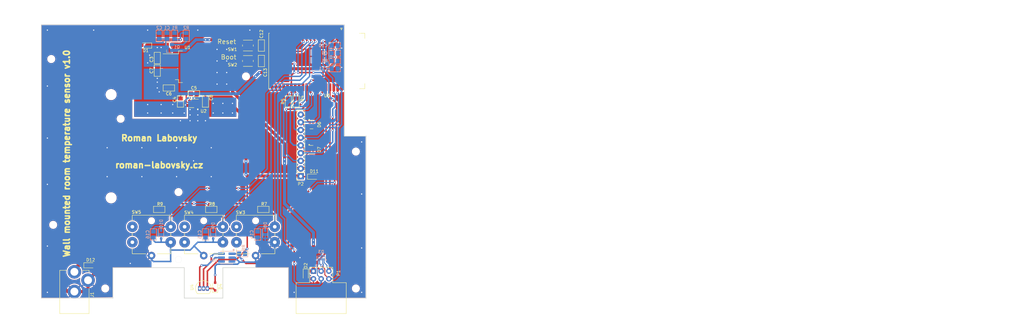
<source format=kicad_pcb>
(kicad_pcb (version 20221018) (generator pcbnew)
  (title_block (title "Wall mounted room temperature sensor - Wifi") (date "2021-06-13") (rev "v1.0") (company "Roman Labovsky (roman-labovsky.cz)"))
  (layers (0 "F.Cu" signal) (31 "B.Cu" signal) (34 "B.Paste" user) (35 "F.Paste" user) (36 "B.SilkS" user "B.Silkscreen") (37 "F.SilkS" user "F.Silkscreen") (38 "B.Mask" user) (39 "F.Mask" user) (44 "Edge.Cuts" user))
  (net 0 "")
  (net 1 "GND")
  (net 2 "+5V")
  (net 3 "Net-(U2-NR)")
  (net 4 "SYS_+3,3V")
  (net 5 "OTHER_+3,3V")
  (net 6 "/EN")
  (net 7 "/IO0")
  (net 8 "/button1")
  (net 9 "/button2")
  (net 10 "/button3")
  (net 11 "USB_+5V")
  (net 12 "/RXD")
  (net 13 "/TXD")
  (net 14 "/DISPLAY_CLK")
  (net 15 "/DISPLAY_LED")
  (net 16 "/DISPLAY_DCRS")
  (net 17 "/DISPLAY_CS")
  (net 18 "/DISPLAY_RST")
  (net 19 "/DISPLAY_MOSI")
  (net 20 "Net-(U1-NR)")
  (net 21 "/1wire_data")
  (net 22 "/NOT_CONNECTED")
  (net 24 "VDC")
  (net 29 "unconnected-(D5-Pad4)")
  (net 30 "Net-(U4-DQ)")
  (net 40 "Net-(Q1-G)")
  (net 41 "Net-(U3-IO2)")
  (net 52 "unconnected-(U3-IO14-Pad13)")
  (net 71 "Net-(U4-GND)")
  (footprint "capacitor_smd_rl:c_0805" (layer "F.Cu") (at 76.2 79.675 -90)
    (fp_text reference "C3")
    (fp_text value "2.2uF/16V")
  )
  (footprint "capacitor_smd_rl:c_0805" (layer "F.Cu") (at 83.82 93.98 90)
    (fp_text reference "C4")
    (fp_text value "2.2uF/16V")
  )
  (footprint "capacitor_smd_rl:c_0805" (layer "F.Cu") (at 88.265 91.44)
    (fp_text reference "C5")
    (fp_text value "10nF/16V")
  )
  (footprint "capacitor_smd_rl:c_0805" (layer "F.Cu") (at 80.01 89.535)
    (fp_text reference "C6")
    (fp_text value "10nF/16V")
  )
  (footprint "capacitor_smd_rl:c_0805" (layer "F.Cu") (at 76.2 83.82 90)
    (fp_text reference "C7")
    (fp_text value "10uF/16V")
  )
  (footprint "capacitor_smd_rl:c_0805" (layer "F.Cu") (at 92.075 93.98 90)
    (fp_text reference "C8")
    (fp_text value "10uF/16V")
  )
  (footprint "capacitor_smd_rl:c_0805" (layer "F.Cu") (at 110.49 75.565 90)
    (fp_text reference "C12")
    (fp_text value "100nF")
  )
  (footprint "capacitor_smd_rl:c_0805" (layer "F.Cu") (at 110.49 80.645 90)
    (fp_text reference "C13")
    (fp_text value "100nF")
  )
  (footprint "package_sod_rl:sod_323" (layer "F.Cu") (at 72.39 75.565 180)
    (fp_text reference "D1")
    (fp_text value "BAT60B")
  )
  (footprint "package_sod_rl:sod_323" (layer "F.Cu") (at 125.095 151.13 -90)
    (fp_text reference "D2")
    (fp_text value "SD05.TCT")
  )
  (footprint "package_dfn_rl:dfn_2510a_10" (layer "F.Cu") (at 127 101.6)
    (fp_text reference "D6")
    (fp_text value "PHDMI2AB4Z")
  )
  (footprint "package_dfn_rl:dfn_2510a_10" (layer "F.Cu") (at 127 109.855)
    (fp_text reference "D7")
    (fp_text value "PHDMI2AB4Z")
  )
  (footprint "package_sod_rl:sod_323" (layer "F.Cu") (at 127.635 118.745)
    (fp_text reference "D11")
    (fp_text value "SD05.TCT")
  )
  (footprint "resistor_smd_rl:r_0805" (layer "F.Cu") (at 121.92 93.98 90)
    (fp_text reference "R4")
    (fp_text value "10k")
  )
  (footprint "resistor_smd_rl:r_0805" (layer "F.Cu") (at 111.125 129.54)
    (fp_text reference "R7")
    (fp_text value "10k")
  )
  (footprint "resistor_smd_rl:r_0805" (layer "F.Cu") (at 93.98 129.54)
    (fp_text reference "R8")
    (fp_text value "10k")
  )
  (footprint "resistor_smd_rl:r_0805" (layer "F.Cu") (at 76.835 129.54)
    (fp_text reference "R9")
    (fp_text value "10k")
  )
  (footprint "microswitch_smd_rl:TVAF18BB" (layer "F.Cu") (at 106.045 75.565 180)
    (fp_text reference "SW1")
    (fp_text value "TVAF18BB")
  )
  (footprint "microswitch_smd_rl:TVAF18BB" (layer "F.Cu") (at 106.045 80.645 180)
    (fp_text reference "SW2")
    (fp_text value "TVAF18BB")
  )
  (footprint "microswitch_tht_rl:B3F-4150" (layer "F.Cu") (at 108.585 137.795)
    (fp_text reference "SW3")
    (fp_text value "B3F-4150")
  )
  (footprint "package_to_rl:to_263_5" (layer "F.Cu") (at 86.16 82.55)
    (fp_text reference "U1")
    (fp_text value "TPS79633KTTR")
  )
  (footprint "package_son_rl:son_8" (layer "F.Cu") (at 88.265 94.615 180)
    (fp_text reference "U2")
    (fp_text value "TPS7A8033DRBR")
  )
  (footprint "microswitch_tht_rl:B3F-4150" (layer "F.Cu") (at 91.5 137.795)
    (fp_text reference "SW4")
    (fp_text value "B3F-4150")
  )
  (footprint "resistor_smd_rl:r_0805" (layer "F.Cu") (at 119.38 93.98 -90)
    (fp_text reference "R5")
    (fp_text value "10k")
  )
  (footprint "microswitch_tht_rl:B3F-4150" (layer "F.Cu") (at 74.295 137.795)
    (fp_text reference "SW5")
    (fp_text value "B3F-4150")
  )
  (footprint "package_sod_rl:sod_323" (layer "F.Cu") (at 95.25 154.94 90)
    (fp_text reference "D4")
    (fp_text value "SD05.TCT")
  )
  (footprint "esp32_module_rl:ESP32-WROVER-IE" (layer "F.Cu") (at 125.095 80.645 -90)
    (fp_text reference "U3")
    (fp_text value "ESP32-WROVER-IE")
  )
  (footprint "connector_idc_rl:2x3_MLW06A" (layer "F.Cu") (at 130.175 151.13 -90)
    (fp_text reference "P1")
    (fp_text value "2x3_MLW06A")
  )
  (footprint "package_to_rl:to_92_in_line" (layer "F.Cu") (at 91.44 155.575)
    (fp_text reference "U4")
    (fp_text value "DS18B20")
  )
  (footprint "connector_tht_pinsocket_2.54mm_rl:1x9_pinsocket_2.54mm_vertical_8.5mm" (layer "F.Cu") (at 123.444 118.618 180)
    (fp_text reference "P2")
    (fp_text value "DS1023-1-9S21")
  )
  (footprint "package_sod_rl:sod_323" (layer "F.Cu") (at 53.975 147.955)
    (fp_text reference "D12")
    (fp_text value "SD05.TCT")
  )
  (footprint "dc_barrel_jack_tht_rl:PC-GK2.1" (layer "F.Cu") (at 48.895 156.845 90)
    (fp_text reference "J1")
    (fp_text value "PC-GK2.1")
  )
  (footprint "mounting_hole_rl:mounting_hole_2.2x4.4mm" (layer "F.Cu") (at 105.41 85.725)
    (fp_text reference "H2" hide)
    (fp_text value "mounting_hole_2.2x4.4mm" hide)
  )
  (footprint "mounting_hole_rl:mounting_hole_2.2x4.4mm" (layer "F.Cu") (at 141.605 110.49)
    (fp_text reference "H4" hide)
    (fp_text value "mounting_hole_2.2x4.4mm" hide)
  )
  (footprint "mounting_hole_rl:mounting_hole_3.2x5.5mm" (layer "F.Cu") (at 61 125.72)
    (fp_text reference "H11" hide)
    (fp_text value "mounting_hole_3.2x5.5mm" hide)
  )
  (footprint "mounting_hole_rl:mounting_hole_2.2x4.4mm" (layer "F.Cu") (at 83.185 123.825)
    (fp_text reference "H5" hide)
    (fp_text value "mounting_hole_2.2x4.4mm" hide)
  )
  (footprint "mounting_hole_rl:mounting_hole_2.2x4.4mm" (layer "F.Cu") (at 41.275 80.01)
    (fp_text reference "H1" hide)
    (fp_text value "mounting_hole_2.2x4.4mm" hide)
  )
  (footprint "mounting_hole_rl:mounting_hole_3.2x5.5mm" (layer "F.Cu") (at 61 91.72)
    (fp_text reference "H10" hide)
    (fp_text value "mounting_hole_3.2x5.5mm" hide)
  )
  (footprint "mounting_hole_rl:mounting_hole_2.2x4.4mm" (layer "F.Cu") (at 41.91 134.62)
    (fp_text reference "H6" hide)
    (fp_text value "mounting_hole_2.2x4.4mm" hide)
  )
  (footprint "mounting_hole_rl:mounting_hole_2.2x4.4mm" (layer "F.Cu") (at 83.185 146.05)
    (fp_text reference "H7" hide)
    (fp_text value "mounting_hole_2.2x4.4mm" hide)
  )
  (footprint "mounting_hole_rl:mounting_hole_2.2x4.4mm" (layer "F.Cu") (at 64.135 99.695)
    (fp_text reference "H3" hide)
    (fp_text value "mounting_hole_2.2x4.4mm" hide)
  )
  (footprint "mounting_hole_rl:mounting_hole_2.2x4.4mm" (layer "F.Cu") (at 59.055 155.575)
    (fp_text reference "H8" hide)
    (fp_text value "mounting_hole_2.2x4.4mm" hide)
  )
  (footprint "mounting_hole_rl:mounting_hole_2.2x4.4mm" (layer "F.Cu") (at 141.605 155.575)
    (fp_text reference "H9" hide)
    (fp_text value "mounting_hole_2.2x4.4mm" hide)
  )
  (footprint "capacitor_smd_rl:c_0805" (layer "B.Cu") (at 79.375 72.39 90)
    (fp_text reference "C1")
    (fp_text value "22uF/25V")
  )
  (footprint "capacitor_smd_rl:c_0805" (layer "B.Cu") (at 76.835 72.39 90)
    (fp_text reference "C2")
    (fp_text value "1uF/16V")
  )
  (footprint "capacitor_smd_rl:c_0805" (layer "B.Cu") (at 134.62 78.105)
    (fp_text reference "C9")
    (fp_text value "22uF")
  )
  (footprint "capacitor_smd_rl:c_0805" (layer "B.Cu") (at 134.62 75.565)
    (fp_text reference "C10")
    (fp_text value "100nF")
  )
  (footprint "capacitor_smd_rl:c_0805" (layer "B.Cu") (at 134.62 83.185)
    (fp_text reference "C11")
    (fp_text value "1uF")
  )
  (footprint "capacitor_smd_rl:c_0805" (layer "B.Cu") (at 109.22 137.795 -90)
    (fp_text reference "C14")
    (fp_text value "100nF")
  )
  (footprint "capacitor_smd_rl:c_0805" (layer "B.Cu") (at 92.075 137.795 -90)
    (fp_text reference "C15")
    (fp_text value "100nF")
  )
  (footprint "capacitor_smd_rl:c_0805" (layer "B.Cu") (at 74.93 137.795 -90)
    (fp_text reference "C16")
    (fp_text value "100nF")
  )
  (footprint "package_dfn_rl:dfn_2510a_10" (layer "B.Cu") (at 130.175 145.415 90)
    (fp_text reference "D3")
    (fp_text value "PHDMI2AB4Z")
  )
  (footprint "package_sod_rl:sod_323" (layer "B.Cu") (at 111.76 137.795 -90)
    (fp_text reference "D8")
    (fp_text value "SD05.TCT")
  )
  (footprint "package_sod_rl:sod_323" (layer "B.Cu") (at 94.615 137.795 -90)
    (fp_text reference "D9")
    (fp_text value "SD05.TCT")
  )
  (footprint "package_sod_rl:sod_323" (layer "B.Cu") (at 77.47 137.795 -90)
    (fp_text reference "D10")
    (fp_text value "SD05.TCT")
  )
  (footprint "package_sot_rl:sot_23_3" (layer "B.Cu") (at 80.01 76.2 180)
    (fp_text reference "Q1")
    (fp_text value "DMG2307L")
  )
  (footprint "resistor_smd_rl:r_0805" (layer "B.Cu") (at 81.915 72.39 90)
    (fp_text reference "R1")
    (fp_text value "100k")
  )
  (footprint "resistor_smd_rl:r_0805" (layer "B.Cu") (at 85.725 72.39 -90)
    (fp_text reference "R2")
    (fp_text value "100k")
  )
  (footprint "resistor_smd_rl:r_0805" (layer "B.Cu") (at 134.62 80.645)
    (fp_text reference "R3")
    (fp_text value "10k")
  )
  (footprint "resistor_smd_rl:r_0805" (layer "B.Cu") (at 104.14 144.145 180)
    (fp_text reference "R6")
    (fp_text value "4,7k")
  )
  (footprint "package_tsoc_rl:tsoc_6" (layer "B.Cu") (at 99.06 145.415 180)
    (fp_text reference "D5")
    (fp_text value "DS9503_us")
  )
  (gr_line (start 61.595 148.72) (end 85.09 148.72) (stroke (width 0.2)) (layer "Edge.Cuts"))
  (gr_line (start 38 68.72) (end 38 158.75) (stroke (width 0.2)) (layer "Edge.Cuts"))
  (gr_line (start 38 68.72) (end 137.795 68.72) (stroke (width 0.2)) (layer "Edge.Cuts"))
  (gr_line (start 97.79 158.75) (end 85.09 158.75) (stroke (width 0.2)) (layer "Edge.Cuts"))
  (gr_line (start 97.79 158.75) (end 97.79 148.72) (stroke (width 0.2)) (layer "Edge.Cuts"))
  (gr_line (start 97.79 148.72) (end 119.38 148.72) (stroke (width 0.2)) (layer "Edge.Cuts"))
  (gr_line (start 145 158.75) (end 145 148.72) (stroke (width 0.2)) (layer "Edge.Cuts"))
  (gr_line (start 145 158.75) (end 119.38 158.75) (stroke (width 0.2)) (layer "Edge.Cuts"))
  (gr_line (start 119.38 158.75) (end 119.38 148.72) (stroke (width 0.2)) (layer "Edge.Cuts"))
  (gr_line (start 61.595 158.75) (end 61.595 148.72) (stroke (width 0.2)) (layer "Edge.Cuts"))
  (gr_circle (center 59.055 155.575) (end 60.155 155.575) (stroke (width 0.05)) (fill none) (layer "Edge.Cuts"))
  (gr_circle (center 83.185 123.825) (end 84.285 123.825) (stroke (width 0.05)) (fill none) (layer "Edge.Cuts"))
  (gr_circle (center 41.91 134.62) (end 43.01 134.62) (stroke (width 0.05)) (fill none) (layer "Edge.Cuts"))
  (gr_circle (center 64.135 99.695) (end 65.235 99.695) (stroke (width 0.05)) (fill none) (layer "Edge.Cuts"))
  (gr_circle (center 105.41 85.725) (end 106.51 85.725) (stroke (width 0.05)) (fill none) (layer "Edge.Cuts"))
  (gr_circle (center 141.605 155.575) (end 142.705 155.575) (stroke (width 0.05)) (fill none) (layer "Edge.Cuts"))
  (gr_circle (center 141.605 110.49) (end 142.705 110.49) (stroke (width 0.05)) (fill none) (layer "Edge.Cuts"))
  (gr_circle (center 83.185 146.05) (end 84.285 146.05) (stroke (width 0.05)) (fill none) (layer "Edge.Cuts"))
  (gr_line (start 38 158.75) (end 61.595 158.75) (stroke (width 0.2)) (layer "Edge.Cuts"))
  (gr_line (start 137.795 105.41) (end 137.795 68.72) (stroke (width 0.2)) (layer "Edge.Cuts"))
  (gr_line (start 85.09 158.75) (end 85.09 148.72) (stroke (width 0.2)) (layer "Edge.Cuts"))
  (gr_line (start 145 105.41) (end 137.795 105.41) (stroke (width 0.2)) (layer "Edge.Cuts"))
  (gr_line (start 145 105.41) (end 145 148.72) (stroke (width 0.2)) (layer "Edge.Cuts"))
  (gr_text "Wall mounted room temperature sensor v1.0" (at 46.355 111.125 90) (layer "F.SilkS") (effects (font (size 2 2) (thickness 0.5))))
  (gr_text "roman-labovsky.cz" (at 76.835 114.935) (layer "F.SilkS") (effects (font (size 2 2) (thickness 0.5))))
  (gr_text "Roman Labovsky" (at 76.835 106.045) (layer "F.SilkS") (effects (font (size 2 2) (thickness 0.5))))
  (gr_text "Boot" (at 99.695 79.375) (layer "F.SilkS") (effects (font (size 1.5 1.5) (thickness 0.2))))
  (gr_text "Reset" (at 99.06 74.295) (layer "F.SilkS") (effects (font (size 1.5 1.5) (thickness 0.2))))
  (segment (start 102.479613 88.509613) (end 102.479613 85.334613) (width 0.5) (layer "F.Cu") (net 1))
  (segment (start 88.9 90.17) (end 89.535 90.17) (width 0.5) (layer "F.Cu") (net 1))
  (segment (start 55.245 147.955) (end 55.245 150.995) (width 1) (layer "F.Cu") (net 1))
  (segment (start 128.27 101.6) (end 128.905 102.235) (width 0.3) (layer "F.Cu") (net 1))
  (segment (start 107.95 93.98) (end 102.479613 88.509613) (width 0.5) (layer "F.Cu") (net 1))
  (segment (start 124.46 152.4) (end 123.19 151.13) (width 1) (layer "F.Cu") (net 1))
  (segment (start 136.665001 72.224999) (end 136.87 72.02) (width 0.45) (layer "F.Cu") (net 1))
  (segment (start 110.49 79.375) (end 109.464613 78.349613) (width 0.5) (layer "F.Cu") (net 1))
  (segment (start 123.19 139.7) (end 128.905 133.985) (width 1) (layer "F.Cu") (net 1))
  (segment (start 86.995 85.09) (end 89.535 82.55) (width 0.45) (layer "F.Cu") (net 1))
  (segment (start 115.57 93.98) (end 107.95 93.98) (width 0.5) (layer "F.Cu") (net 1))
  (segment (start 89.535 90.805) (end 89.235 91.105) (width 0.37) (layer "F.Cu") (net 1))
  (segment (start 136.525 69.85) (end 136.940001 70.265001) (width 1) (layer "F.Cu") (net 1))
  (segment (start 136.940001 89.199999) (end 136.940001 82.769999) (width 1) (layer "F.Cu") (net 1))
  (segment (start 127.54 101.6) (end 128.27 101.6) (width 0.3) (layer "F.Cu") (net 1))
  (segment (start 44.45 154.305) (end 46.74 156.595) (width 1) (layer "F.Cu") (net 1))
  (segment (start 104.17 79.645) (end 102.479613 79.645) (width 0.5) (layer "F.Cu") (net 1))
  (segment (start 89.535 71.755) (end 74.93 71.755) (width 1) (layer "F.Cu") (net 1))
  (segment (start 119.09 70.195) (end 118.745 69.85) (width 0.45) (layer "F.Cu") (net 1))
  (segment (start 89.535 82.55) (end 92.075 82.55) (width 0.45) (layer "F.Cu") (net 1))
  (segment (start 91.44 91.44) (end 92.075 92.075) (width 0.5) (layer "F.Cu") (net 1))
  (segment (start 123.19 151.13) (end 123.19 145.415) (width 1) (layer "F.Cu") (net 1))
  (segment (start 128.69 115.99) (end 128.905 116.205) (width 0.5) (layer "F.Cu") (net 1))
  (segment (start 104.17 74.565) (end 102.505 74.565) (width 0.5) (layer "F.Cu") (net 1))
  (segment (start 106.045 71.755) (end 107.95 71.755) (width 1) (layer "F.Cu") (net 1))
  (segment (start 128.905 114.935) (end 128.905 109.855) (width 0.5) (layer "F.Cu") (net 1))
  (segment (start 88.265 94.615) (end 88.265 93.130002) (width 1) (layer "F.Cu") (net 1))
  (segment (start 44.45 144.145) (end 44.45 154.305) (width 1) (layer "F.Cu") (net 1))
  (segment (start 102.479613 71.999613) (end 102.235 71.755) (width 0.5) (layer "F.Cu") (net 1))
  (segment (start 102.479613 78.349613) (end 102.479613 74.539613) (width 0.5) (layer "F.Cu") (net 1))
  (segment (start 92.075 92.075) (end 92.075 93.01) (width 0.5) (layer "F.Cu") (net 1))
  (segment (start 53.395 155.52) (end 53.395 152.845) (width 1) (layer "F.Cu") (net 1))
  (segment (start 80.385 82.55) (end 76.835 82.55) (width 1) (layer "F.Cu") (net 1))
  (segment (start 107.95 71.755) (end 109.855 69.85) (width 1) (layer "F.Cu") (net 1))
  (segment (start 119.09 72.02) (end 119.09 70.14) (width 1) (layer "F.Cu") (net 1))
  (segment (start 89.235 91.105) (end 89.235 91.44) (width 0.37) (layer "F.Cu") (net 1))
  (segment (start 88.265 93.130002) (end 88.265 93.130002) (width 1) (layer "F.Cu") (net 1))
  (segment (start 85.725 90.17) (end 88.9 90.17) (width 0.5) (layer "F.Cu") (net 1))
  (segment (start 88.265 93.130002) (end 88.4682 92.9132) (width 1) (layer "F.Cu") (net 1))
  (segment (start 126.46 109.855) (end 127.54 109.855) (width 0.3) (layer "F.Cu") (net 1))
  (segment (start 88.4682 92.9132) (end 88.685002 92.71) (width 1) (layer "F.Cu") (net 1))
  (segment (start 128.905 114.935) (end 128.905 116.205) (width 0.5) (layer "F.Cu") (net 1))
  (segment (start 128.905 116.205) (end 128.905 118.745) (width 1) (layer "F.Cu") (net 1))
  (segment (start 116.54 94.95) (end 115.57 93.98) (width 0.5) (layer "F.Cu") (net 1))
  (segment (start 136.940001 73.440001) (end 136.940001 72.090001) (width 1) (layer "F.Cu") (net 1))
  (segment (start 76.835 82.55) (end 76.2 81.915) (width 1) (layer "F.Cu") (net 1))
  (segment (start 136.87 72.02) (end 136.87 73.315) (width 0.45) (layer "F.Cu") (net 1))
  (segment (start 89.235 91.44) (end 89.235 90.505) (width 0.45) (layer "F.Cu") (net 1))
  (segment (start 92.075 93.01) (end 90.372499 93.01) (width 0.5) (layer "F.Cu") (net 1))
  (segment (start 46.74 156.595) (end 48.895 156.595) (width 1) (layer "F.Cu") (net 1))
  (segment (start 89.535 82.55) (end 89.535 71.755) (width 1) (layer "F.Cu") (net 1))
  (segment (start 89.535 82.55) (end 89.535 90.17) (width 1) (layer "F.Cu") (net 1))
  (segment (start 90.372499 93.01) (end 89.786249 93.596249) (width 0.31) (layer "F.Cu") (net 1))
  (segment (start 55.245 150.995) (end 53.395 152.845) (width 1) (layer "F.Cu") (net 1))
  (segment (start 128.905 119.38) (end 128.905 118.745) (width 1) (layer "F.Cu") (net 1))
  (segment (start 136.940001 82.769999) (end 136.940001 76.419999) (width 1) (layer "F.Cu") (net 1))
  (segment (start 89.235 92.160002) (end 89.235 91.44) (width 1) (layer "F.Cu") (net 1))
  (segment (start 110.49 74.595) (end 110.49 69.85) (width 0.5) (layer "F.Cu") (net 1))
  (segment (start 104.17 71.785) (end 104.14 71.755) (width 0.5) (layer "F.Cu") (net 1))
  (segment (start 46.99 141.605) (end 44.45 144.145) (width 1) (layer "F.Cu") (net 1))
  (segment (start 110.49 69.85) (end 118.745 69.85) (width 1) (layer "F.Cu") (net 1))
  (segment (start 83.82 92.075) (end 85.725 90.17) (width 0.5) (layer "F.Cu") (net 1))
  (segment (start 101.6 71.755) (end 102.235 71.755) (width 1) (layer "F.Cu") (net 1))
  (segment (start 90.764682 115.99) (end 88.265 113.490318) (width 1) (layer "F.Cu") (net 1))
  (segment (start 95.25 151.13) (end 95.25 153.035) (width 0.5) (layer "F.Cu") (net 1))
  (segment (start 89.535 90.17) (end 89.535 91.14) (width 1) (layer "F.Cu") (net 1))
  (segment (start 74.93 71.755) (end 59.69 71.755) (width 1) (layer "F.Cu") (net 1))
  (segment (start 125.095 152.4) (end 124.46 152.4) (width 1) (layer "F.Cu") (net 1))
  (segment (start 123.515 115.99) (end 90.764682 115.99) (width 1) (layer "F.Cu") (net 1))
  (segment (start 80.98 89.535) (end 82.55 89.535) (width 0.5) (layer "F.Cu") (net 1))
  (segment (start 88.265 113.490318) (end 88.265 96.52) (width 1) (layer "F.Cu") (net 1))
  (segment (start 102.479613 85.334613) (end 102.479613 79.645) (width 0.5) (layer "F.Cu") (net 1))
  (segment (start 102.235 71.755) (end 104.14 71.755) (width 1) (layer "F.Cu") (net 1))
  (segment (start 82.55 89.535) (end 89.535 82.55) (width 0.5) (layer "F.Cu") (net 1))
  (segment (start 89.535 91.14) (end 89.235 91.44) (width 1) (layer "F.Cu") (net 1))
  (segment (start 89.235 91.44) (end 91.44 91.44) (width 0.5) (layer "F.Cu") (net 1))
  (segment (start 119.38 94.95) (end 116.54 94.95) (width 0.5) (layer "F.Cu") (net 1))
  (segment (start 89.535 82.55) (end 89.535 77.47) (width 1) (layer "F.Cu") (net 1))
  (segment (start 104.775 71.755) (end 106.045 71.755) (width 1) (layer "F.Cu") (net 1))
  (segment (start 83.82 93.01) (end 83.82 92.075) (width 0.5) (layer "F.Cu") (net 1))
  (segment (start 95.25 153.035) (end 95.25 153.67) (width 0.5) (layer "F.Cu") (net 1))
  (segment (start 136.940001 76.419999) (end 136.940001 73.440001) (width 1) (layer "F.Cu") (net 1))
  (segment (start 102.479613 79.645) (end 102.479613 78.349613) (width 0.5) (layer "F.Cu") (net 1))
  (segment (start 123.515 115.99) (end 128.69 115.99) (width 1) (layer "F.Cu") (net 1))
  (segment (start 76.2 81.915) (end 76.2 80.645) (width 1) (layer "F.Cu") (net 1))
  (segment (start 103.9 79.375) (end 104.17 79.645) (width 0.45) (layer "F.Cu") (net 1))
  (segment (start 136.87 70.195) (end 136.525 69.85) (width 1) (layer "F.Cu") (net 1))
  (segment (start 52.32 156.595) (end 53.395 155.52) (width 1) (layer "F.Cu") (net 1))
  (segment (start 128.905 109.855) (end 128.905 102.235) (width 0.5) (layer "F.Cu") (net 1))
  (segment (start 136.525 69.85) (end 119.38 69.85) (width 1) (layer "F.Cu") (net 1))
  (segment (start 109.464613 78.349613) (end 102.479613 78.349613) (width 0.5) (layer "F.Cu") (net 1))
  (segment (start 127.54 109.855) (end 128.905 109.855) (width 0.3) (layer "F.Cu") (net 1))
  (segment (start 59.69 71.755) (end 46.99 84.455) (width 1) (layer "F.Cu") (net 1))
  (segment (start 127.635 152.4) (end 125.095 152.4) (width 1) (layer "F.Cu") (net 1))
  (segment (start 118.745 69.85) (end 119.38 69.85) (width 1) (layer "F.Cu") (net 1))
  (segment (start 48.895 156.595) (end 52.32 156.595) (width 1) (layer "F.Cu") (net 1))
  (segment (start 126.46 101.6) (end 127.54 101.6) (width 0.3) (layer "F.Cu") (net 1))
  (segment (start 102.479613 74.539613) (end 102.479613 71.999613) (width 0.5) (layer "F.Cu") (net 1))
  (segment (start 119.09 70.14) (end 119.38 69.85) (width 1) (layer "F.Cu") (net 1))
  (segment (start 89.535 71.755) (end 101.6 71.755) (width 1) (layer "F.Cu") (net 1))
  (segment (start 104.14 71.755) (end 104.775 71.755) (width 1) (layer "F.Cu") (net 1))
  (segment (start 136.87 89.27) (end 136.940001 89.199999) (width 1) (layer "F.Cu") (net 1))
  (segment (start 102.505 74.565) (end 102.479613 74.539613) (width 0.5) (layer "F.Cu") (net 1))
  (segment (start 76.2 82.85) (end 76.2 81.915) (width 1) (layer "F.Cu") (net 1))
  (segment (start 128.905 133.985) (end 128.905 119.38) (width 1) (layer "F.Cu") (net 1))
  (segment (start 88.685002 92.71) (end 89.235 92.160002) (width 1) (layer "F.Cu") (net 1))
  (segment (start 88.265 96.52) (end 88.265 94.615) (width 1) (layer "F.Cu") (net 1))
  (segment (start 80.385 82.55) (end 89.535 82.55) (width 1) (layer "F.Cu") (net 1))
  (segment (start 123.19 145.415) (end 123.19 139.7) (width 1) (layer "F.Cu") (net 1))
  (segment (start 110.49 79.675) (end 110.49 79.375) (width 0.5) (layer "F.Cu") (net 1))
  (segment (start 46.99 84.455) (end 46.99 141.605) (width 1) (layer "F.Cu") (net 1))
  (segment (start 109.855 69.85) (end 110.49 69.85) (width 1) (layer "F.Cu") (net 1))
  (segment (start 136.940001 70.265001) (end 136.940001 73.440001) (width 1) (layer "F.Cu") (net 1))
  (via (at 99.06 84.455) (size 0.8) (drill 0.4) (layers "F.Cu" "B.Cu") (net 1))
  (via (at 82.55 118.745) (size 0.8) (drill 0.4) (layers "F.Cu" "B.Cu") (net 1))
  (via (at 88.4682 92.9132) (size 0.8) (drill 0.4) (layers "F.Cu" "B.Cu") (net 1))
  (via (at 86.995 98.425) (size 0.8) (drill 0.4) (layers "F.Cu" "B.Cu") (net 1))
  (via (at 136.940001 82.769999) (size 0.8) (drill 0.4) (layers "F.Cu" "B.Cu") (net 1))
  (via (at 121.285 156.845) (size 0.8) (drill 0.4) (layers "F.Cu" "B.Cu") (net 1))
  (via (at 86.995 100.33) (size 0.8) (drill 0.4) (layers "F.Cu" "B.Cu") (net 1))
  (via (at 67.31 147.32) (size 0.8) (drill 0.4) (layers "F.Cu" "B.Cu") (net 1))
  (via (at 92.075 100.33) (size 0.8) (drill 0.4) (layers "F.Cu" "B.Cu") (net 1))
  (via (at 93.98 118.745) (size 0.8) (drill 0.4) (layers "F.Cu" "B.Cu") (net 1))
  (via (at 136.940001 76.419999) (size 0.8) (drill 0.4) (layers "F.Cu" "B.Cu") (net 1))
  (via (at 89.535 98.425) (size 0.8) (drill 0.4) (layers "F.Cu" "B.Cu") (net 1))
  (via (at 99.06 80.645) (size 0.8) (drill 0.4) (layers "F.Cu" "B.Cu") (net 1))
  (via (at 86.995 96.647) (size 0.8) (drill 0.4) (layers "F.Cu" "B.Cu") (net 1))
  (via (at 143.51 107.315) (size 0.8) (drill 0.4) (layers "F.Cu" "B.Cu") (net 1))
  (via (at 71.12 118.745) (size 0.8) (drill 0.4) (layers "F.Cu" "B.Cu") (net 1))
  (via (at 59.69 109.22) (size 0.8) (drill 0.4) (layers "F.Cu" "B.Cu") (net 1))
  (via (at 123.19 145.415) (size 0.8) (drill 0.4) (layers "F.Cu" "B.Cu") (net 1))
  (via (at 143.51 142.24) (size 0.8) (drill 0.4) (layers "F.Cu" "B.Cu") (net 1))
  (via (at 82.55 109.22) (size 0.8) (drill 0.4) (layers "F.Cu" "B.Cu") (net 1))
  (via (at 89.535 96.647) (size 0.8) (drill 0.4) (layers "F.Cu" "B.Cu") (net 1))
  (via (at 40.005 141.605) (size 0.8) (drill 0.4) (layers "F.Cu" "B.Cu") (net 1))
  (via (at 55.245 70.485) (size 0.8) (drill 0.4) (layers "F.Cu" "B.Cu") (net 1))
  (via (at 143.51 156.845) (size 0.8) (drill 0.4) (layers "F.Cu" "B.Cu") (net 1))
  (via (at 95.885 80.645) (size 0.8) (drill 0.4) (layers "F.Cu" "B.Cu") (net 1))
  (via (at 40.005 70.485) (size 0.8) (drill 0.4) (layers "F.Cu" "B.Cu") (net 1))
  (via (at 95.885 88.265) (size 0.8) (drill 0.4) (layers "F.Cu" "B.Cu") (net 1))
  (via (at 40.005 106.045) (size 0.8) (drill 0.4) (layers "F.Cu" "B.Cu") (net 1))
  (via (at 89.535 100.33) (size 0.8) (drill 0.4) (layers "F.Cu" "B.Cu") (net 1))
  (via (at 143.51 124.46) (size 0.8) (drill 0.4) (layers "F.Cu" "B.Cu") (net 1))
  (via (at 40.005 121.285) (size 0.8) (drill 0.4) (layers "F.Cu" "B.Cu") (net 1))
  (via (at 95.885 76.835) (size 0.8) (drill 0.4) (layers "F.Cu" "B.Cu") (net 1))
  (via (at 71.12 109.22) (size 0.8) (drill 0.4) (layers "F.Cu" "B.Cu") (net 1))
  (via (at 89.535 70.485) (size 0.8) (drill 0.4) (layers "F.Cu" "B.Cu") (net 1))
  (via (at 88.138 113.538) (size 0.8) (drill 0.4) (layers "F.Cu" "B.Cu") (net 1))
  (via (at 99.06 88.265) (size 0.8) (drill 0.4) (layers "F.Cu" "B.Cu") (net 1))
  (via (at 106.68 70.485) (size 0.8) (drill 0.4) (layers "F.Cu" "B.Cu") (net 1))
  (via (at 99.06 76.835) (size 0.8) (drill 0.4) (layers "F.Cu" "B.Cu") (net 1))
  (via (at 83.82 100.33) (size 0.8) (drill 0.4) (layers "F.Cu" "B.Cu") (net 1))
  (via (at 59.69 118.745) (size 0.8) (drill 0.4) (layers "F.Cu" "B.Cu") (net 1))
  (via (at 40.005 156.845) (size 0.8) (drill 0.4) (layers "F.Cu" "B.Cu") (net 1))
  (via (at 93.98 109.22) (size 0.8) (drill 0.4) (layers "F.Cu" "B.Cu") (net 1))
  (via (at 73.025 70.485) (size 0.8) (drill 0.4) (layers "F.Cu" "B.Cu") (net 1))
  (via (at 95.25 151.13) (size 0.8) (drill 0.4) (layers "F.Cu" "B.Cu") (net 1))
  (via (at 40.005 88.9) (size 0.8) (drill 0.4) (layers "F.Cu" "B.Cu") (net 1))
  (via (at 95.885 84.455) (size 0.8) (drill 0.4) (layers "F.Cu" "B.Cu") (net 1))
  (segment (start 95.25 148.209) (end 95.885 147.574) (width 0.5) (layer "B.Cu") (net 1))
  (segment (start 92.72 140.345) (end 94.605 140.345) (width 0.5) (layer "B.Cu") (net 1))
  (segment (start 101.827202 145.415) (end 103.097202 146.685) (width 0.5) (layer "B.Cu") (net 1))
  (segment (start 74.295 144.745) (end 72.99 144.745) (width 0.45) (layer "B.Cu") (net 1))
  (segment (start 103.312203 146.900001) (end 103.289999 146.900001) (width 0.5) (layer "B.Cu") (net 1))
  (segment (start 130.175 145.955) (end 130.175 144.875) (width 0.3) (layer "B.Cu") (net 1))
  (segment (start 73.36 138.765) (end 71.755 137.16) (width 0.5) (layer "B.Cu") (net 1))
  (segment (start 97.8 140.345) (end 97.8 138.42) (width 0.5) (layer "B.Cu") (net 1))
  (segment (start 130.175 144.875) (end 130.175 144.145) (width 0.3) (layer "B.Cu") (net 1))
  (segment (start 74.295 144.745) (end 74.295 146.05) (width 0.5) (layer "B.Cu") (net 1))
  (segment (start 108.585 146.685) (end 108.369999 146.900001) (width 0.5) (layer "B.Cu") (net 1))
  (segment (start 102.638204 147.574) (end 103.312203 146.900001) (width 0.5) (layer "B.Cu") (net 1))
  (segment (start 108.369999 146.900001) (end 117.894999 146.900001) (width 0.5) (layer "B.Cu") (net 1))
  (segment (start 80.595 141.655) (end 80.595 140.345) (width 0.45) (layer "B.Cu") (net 1))
  (segment (start 130.175 144.145) (end 129.54 143.51) (width 0.3) (layer "B.Cu") (net 1))
  (segment (start 114.885 141.655) (end 114.885 140.345) (width 0.45) (layer "B.Cu") (net 1))
  (segment (start 79.375 69.85) (end 79.515001 69.709999) (width 0.5) (layer "B.Cu") (net 1))
  (segment (start 76.835 70.485) (end 77.610001 69.709999) (width 0.5) (layer "B.Cu") (net 1))
  (segment (start 74.295 144.745) (end 74.295 145.415) (width 0.45) (layer "B.Cu") (net 1))
  (segment (start 97.8 141.595) (end 97.8 140.345) (width 0.45) (layer "B.Cu") (net 1))
  (segment (start 103.312203 146.900001) (end 106.464999 146.900001) (width 0.5) (layer "B.Cu") (net 1))
  (segment (start 80.645 146.685) (end 74.93 146.685) (width 0.5) (layer "B.Cu") (net 1))
  (segment (start 114.885 146.635) (end 114.935 146.685) (width 0.5) (layer "B.Cu") (net 1))
  (segment (start 119.38 145.415) (end 118.4275 146.3675) (width 0.5) (layer "B.Cu") (net 1))
  (segment (start 117.894999 146.900001) (end 118.4275 146.3675) (width 0.5) (layer "B.Cu") (net 1))
  (segment (start 91.5 144.745) (end 88.36 141.605) (width 0.5) (layer "B.Cu") (net 1))
  (segment (start 88.36 141.605) (end 88.265 141.605) (width 0.5) (layer "B.Cu") (net 1))
  (segment (start 94.605 140.345) (end 97.8 140.345) (width 0.5) (layer "B.Cu") (net 1))
  (segment (start 74.93 139.7) (end 75.575 140.345) (width 0.5) (layer "B.Cu") (net 1))
  (segment (start 107.97 138.765) (end 109.22 138.765) (width 0.5) (layer "B.Cu") (net 1))
  (segment (start 114.885 140.345) (end 114.885 146.635) (width 0.5) (layer "B.Cu") (net 1))
  (segment (start 77.46 140.345) (end 80.595 140.345) (width 0.5) (layer "B.Cu") (net 1))
  (segment (start 123.19 145.415) (end 125.095 143.51) (width 0.3) (layer "B.Cu") (net 1))
  (segment (start 135.59 78.105) (end 135.59 77.17) (width 0.5) (layer "B.Cu") (net 1))
  (segment (start 94.605 139.075) (end 94.615 139.065) (width 0.5) (layer "B.Cu") (net 1))
  (segment (start 92.075 138.765) (end 92.075 140.335) (width 0.5) (layer "B.Cu") (net 1))
  (segment (start 106.464999 146.900001) (end 108.369999 146.900001) (width 0.5) (layer "B.Cu") (net 1))
  (segment (start 95.25 149.225) (end 95.25 148.59) (width 0.5) (layer "B.Cu") (net 1))
  (segment (start 95.885 147.574) (end 102.638204 147.574) (width 0.5) (layer "B.Cu") (net 1))
  (segment (start 74.93 138.765) (end 73.36 138.765) (width 0.5) (layer "B.Cu") (net 1))
  (segment (start 111.76 139.065) (end 111.76 140.335) (width 0.5) (layer "B.Cu") (net 1))
  (segment (start 75.575 140.345) (end 77.46 140.345) (width 0.5) (layer "B.Cu") (net 1))
  (segment (start 135.59 77.17) (end 136.19 77.17) (width 0.5) (layer "B.Cu") (net 1))
  (segment (start 80.595 142.925) (end 80.595 146.635) (width 0.5) (layer "B.Cu") (net 1))
  (segment (start 103.097202 146.685) (end 103.312203 146.900001) (width 0.5) (layer "B.Cu") (net 1))
  (segment (start 89.525 140.345) (end 92.085 140.345) (width 0.5) (layer "B.Cu") (net 1))
  (segment (start 76.535 71.12) (end 76.835 71.42) (width 0.5) (layer "B.Cu") (net 1))
  (segment (start 92.075 140.335) (end 92.085 140.345) (width 0.5) (layer "B.Cu") (net 1))
  (segment (start 122.555 145.415) (end 119.38 145.415) (width 0.5) (layer "B.Cu") (net 1))
  (segment (start 87.04 142.925) (end 80.595 142.925) (width 0.5) (layer "B.Cu") (net 1))
  (segment (start 95.25 149.225) (end 95.25 148.209) (width 0.5) (layer "B.Cu") (net 1))
  (segment (start 88.36 141.605) (end 87.04 142.925) (width 0.5) (layer "B.Cu") (net 1))
  (segment (start 88.265 141.605) (end 89.525 140.345) (width 0.5) (layer "B.Cu") (net 1))
  (segment (start 77.47 140.335) (end 77.46 140.345) (width 0.5) (layer "B.Cu") (net 1))
  (segment (start 81.915 70.485) (end 81.139999 69.709999) (width 0.5) (layer "B.Cu") (net 1))
  (segment (start 92.085 140.345) (end 92.72 140.345) (width 0.5) (layer "B.Cu") (net 1))
  (segment (start 109.22 138.765) (end 109.22 139.7) (width 0.5) (layer "B.Cu") (net 1))
  (segment (start 123.19 145.415) (end 122.555 145.415) (width 0.5) (layer "B.Cu") (net 1))
  (segment (start 80.595 140.345) (end 80.595 142.925) (width 0.5) (layer "B.Cu") (net 1))
  (segment (start 74.295 146.05) (end 74.93 146.685) (width 0.5) (layer "B.Cu") (net 1))
  (segment (start 135.59 77.17) (end 135.59 75.565) (width 0.5) (layer "B.Cu") (net 1))
  (segment (start 79.375 71.42) (end 79.375 69.85) (width 0.5) (layer "B.Cu") (net 1))
  (segment (start 118.4275 146.3675) (end 118.11 146.685) (width 0.5) (layer "B.Cu") (net 1))
  (segment (start 81.915 71.42) (end 81.915 70.485) (width 0.5) (layer "B.Cu") (net 1))
  (segment (start 77.47 139.065) (end 77.47 140.335) (width 0.5) (layer "B.Cu") (net 1))
  (segment (start 79.515001 69.709999) (end 81.139999 69.709999) (width 0.5) (layer "B.Cu") (net 1))
  (segment (start 94.605 140.345) (end 94.605 139.075) (width 0.5) (layer "B.Cu") (net 1))
  (segment (start 100.7872 145.415) (end 101.827202 145.415) (width 0.5) (layer "B.Cu") (net 1))
  (segment (start 83.994682 113.490318) (end 88.265 113.490318) (width 0.5) (layer "B.Cu") (net 1))
  (segment (start 74.93 138.765) (end 74.93 139.7) (width 0.5) (layer "B.Cu") (net 1))
  (segment (start 97.8 138.42) (end 98.425 137.795) (width 0.5) (layer "B.Cu") (net 1))
  (segment (start 109.865 140.345) (end 111.75 140.345) (width 0.5) (layer "B.Cu") (net 1))
  (segment (start 71.755 137.16) (end 71.755 125.73) (width 0.5) (layer "B.Cu") (net 1))
  (segment (start 108.585 144.745) (end 108.585 146.685) (width 0.5) (layer "B.Cu") (net 1))
  (segment (start 136.19 77.17) (end 136.940001 76.419999) (width 0.5) (layer "B.Cu") (net 1))
  (segment (start 107 137.795) (end 107.97 138.765) (width 0.5) (layer "B.Cu") (net 1))
  (segment (start 111.76 140.335) (end 111.75 140.345) (width 0.5) (layer "B.Cu") (net 1))
  (segment (start 71.755 125.73) (end 83.994682 113.490318) (width 0.5) (layer "B.Cu") (net 1))
  (segment (start 136.525 83.185) (end 136.940001 82.769999) (width 0.5) (layer "B.Cu") (net 1))
  (segment (start 125.095 143.51) (end 129.54 143.51) (width 0.3) (layer "B.Cu") (net 1))
  (segment (start 109.22 139.7) (end 109.865 140.345) (width 0.5) (layer "B.Cu") (net 1))
  (segment (start 76.835 71.42) (end 76.835 70.485) (width 0.5) (layer "B.Cu") (net 1))
  (segment (start 135.59 83.185) (end 136.525 83.185) (width 0.5) (layer "B.Cu") (net 1))
  (segment (start 111.75 140.345) (end 114.885 140.345) (width 0.5) (layer "B.Cu") (net 1))
  (segment (start 95.25 151.13) (end 95.25 149.225) (width 0.5) (layer "B.Cu") (net 1))
  (segment (start 80.595 146.635) (end 80.645 146.685) (width 0.5) (layer "B.Cu") (net 1))
  (segment (start 77.610001 69.709999) (end 79.515001 69.709999) (width 0.5) (layer "B.Cu") (net 1))
  (segment (start 98.425 137.795) (end 107 137.795) (width 0.5) (layer "B.Cu") (net 1))
  (segment (start 73.3425 78.4225) (end 73.025 78.74) (width 1) (layer "F.Cu") (net 2))
  (segment (start 73.025 81.28) (end 73.025 78.74) (width 1) (layer "F.Cu") (net 2))
  (segment (start 77.47 75.565) (end 76.2 75.565) (width 1) (layer "F.Cu") (net 2))
  (segment (start 86.7791 95.59) (end 86.065 95.59) (width 0.3) (layer "F.Cu") (net 2))
  (segment (start 80.385 79.15) (end 77.88 79.15) (width 0.5) (layer "F.Cu") (net 2))
  (segment (start 86.065 95.59) (end 85.781813 95.59) (width 0.3) (layer "F.Cu") (net 2))
  (segment (start 76.2 76.2) (end 76.2 75.565) (width 1) (layer "F.Cu") (net 2))
  (segment (start 75.9 94.95) (end 77.424 94.95) (width 1) (layer "F.Cu") (net 2))
  (segment (start 86.9696 92.8624) (end 86.9696 92.815402) (width 0.3) (layer "F.Cu") (net 2))
  (segment (start 86.7791 95.59) (end 86.295 95.59) (width 0.3) (layer "F.Cu") (net 2))
  (segment (start 86.245 95.135) (end 86.1575 95.2225) (width 0.5) (layer "F.Cu") (net 2))
  (segment (start 81.326 94.95) (end 81.28 94.996) (width 1) (layer "F.Cu") (net 2))
  (segment (start 80.385 79.15) (end 80.385 77.21) (width 1) (layer "F.Cu") (net 2))
  (segment (start 80.385 79.15) (end 78.965 79.15) (width 0.5) (layer "F.Cu") (net 2))
  (segment (start 81.234 94.95) (end 77.516 94.95) (width 1) (layer "F.Cu") (net 2))
  (segment (start 86.295 95.59) (end 86.1575 95.4525) (width 0.3) (layer "F.Cu") (net 2))
  (segment (start 85.326813 95.135) (end 85.205 95.135) (width 0.3) (layer "F.Cu") (net 2))
  (segment (start 85.84 95.135) (end 86.245 95.135) (width 0.5) (layer "F.Cu") (net 2))
  (segment (start 77.516 94.95) (end 77.47 94.996) (width 1) (layer "F.Cu") (net 2))
  (segment (start 83.82 94.95) (end 81.58 94.95) (width 1) (layer "F.Cu") (net 2))
  (segment (start 86.035 94.94) (end 85.84 95.135) (width 0.3) (layer "F.Cu") (net 2))
  (segment (start 73.66 78.105) (end 75.565 76.2) (width 1) (layer "F.Cu") (net 2))
  (segment (start 83.905 94.865) (end 83.82 94.95) (width 0.2) (layer "F.Cu") (net 2))
  (segment (start 77.88 79.15) (end 77.435 78.705) (width 0.5) (layer "F.Cu") (net 2))
  (segment (start 76.2 75.565) (end 73.66 75.565) (width 1) (layer "F.Cu") (net 2))
  (segment (start 86.9696 92.815402) (end 86.995 92.790002) (width 0.3) (layer "F.Cu") (net 2))
  (segment (start 86.065 95.59) (end 85.61 95.135) (width 0.3) (layer "F.Cu") (net 2))
  (segment (start 73.025 78.74) (end 73.66 78.74) (width 1) (layer "F.Cu") (net 2))
  (segment (start 85.84 95.135) (end 85.205 95.135) (width 0.5) (layer "F.Cu") (net 2))
  (segment (start 85.205 95.135) (end 85.61 95.135) (width 1) (layer "F.Cu") (net 2))
  (segment (start 86.7791 93.64) (end 86.7791 93.005902) (width 0.3) (layer "F.Cu") (net 2))
  (segment (start 78.945 80.85) (end 78.618447 80.523447) (width 0.5) (layer "F.Cu") (net 2))
  (segment (start 76.235 78.74) (end 76.2 78.705) (width 0.45) (layer "F.Cu") (net 2))
  (segment (start 83.82 94.95) (end 85.02 94.95) (width 1) (layer "F.Cu") (net 2))
  (segment (start 74.295 84.455) (end 74.295 93.345) (width 1) (layer "F.Cu") (net 2))
  (segment (start 77.47 76.2) (end 77.47 75.565) (width 1) (layer "F.Cu") (net 2))
  (segment (start 84.005 95.135) (end 83.82 94.95) (width 0.45) (layer "F.Cu") (net 2))
  (segment (start 75.565 76.2) (end 76.2 76.2) (width 1) (layer "F.Cu") (net 2))
  (segment (start 80.385 80.85) (end 80.385 79.15) (width 0.5) (layer "F.Cu") (net 2))
  (segment (start 73.025 83.185) (end 74.295 84.455) (width 1) (layer "F.Cu") (net 2))
  (segment (start 74.295 93.345) (end 75.9 94.95) (width 1) (layer "F.Cu") (net 2))
  (segment (start 86.7791 94.94) (end 86.035 94.94) (width 0.3) (layer "F.Cu") (net 2))
  (segment (start 81.28 94.996) (end 81.234 94.95) (width 1) (layer "F.Cu") (net 2))
  (segment (start 80.385 80.57) (end 80.385 80.85) (width 0.5) (layer "F.Cu") (net 2))
  (segment (start 73.66 78.74) (end 73.66 78.105) (width 1) (layer "F.Cu") (net 2))
  (segment (start 80.385 80.85) (end 78.945 80.85) (width 0.5) (layer "F.Cu") (net 2))
  (segment (start 86.9775 92.807502) (end 86.995 92.790002) (width 0.2) (layer "F.Cu") (net 2))
  (segment (start 86.922602 92.8624) (end 86.9696 92.8624) (width 0.3) (layer "F.Cu") (net 2))
  (segment (start 77.435 78.705) (end 76.2 78.705) (width 0.5) (layer "F.Cu") (net 2))
  (segment (start 85.781813 95.59) (end 85.326813 95.135) (width 0.3) (layer "F.Cu") (net 2))
  (segment (start 86.7791 93.005902) (end 86.922602 92.8624) (width 0.3) (layer "F.Cu") (net 2))
  (segment (start 78.74 75.565) (end 77.47 75.565) (width 1) (layer "F.Cu") (net 2))
  (segment (start 85.02 94.95) (end 85.205 95.135) (width 1) (layer "F.Cu") (net 2))
  (segment (start 73.025 78.74) (end 73.3425 78.4225) (width 1) (layer "F.Cu") (net 2))
  (segment (start 85.09 95.25) (end 85.205 95.135) (width 0.45) (layer "F.Cu") (net 2))
  (segment (start 81.58 94.95) (end 81.326 94.95) (width 1) (layer "F.Cu") (net 2))
  (segment (start 73.025 81.28) (end 73.025 83.185) (width 1) (layer "F.Cu") (net 2))
  (segment (start 77.424 94.95) (end 77.47 94.996) (width 1) (layer "F.Cu") (net 2))
  (segment (start 80.385 77.21) (end 78.74 75.565) (width 1) (layer "F.Cu") (net 2))
  (via (at 73.025 97.79) (size 0.8) (drill 0.4) (layers "F.Cu" "B.Cu") (net 2))
  (via (at 77.47 76.2) (size 0.8) (drill 0.4) (layers "F.Cu" "B.Cu") (net 2))
  (via (at 81.28 94.996) (size 0.8) (drill 0.4) (layers "F.Cu" "B.Cu") (net 2))
  (via (at 85.09 97.79) (size 0.8) (drill 0.4) (layers "F.Cu" "B.Cu") (net 2))
  (via (at 73.025 94.996) (size 0.8) (drill 0.4) (layers "F.Cu" "B.Cu") (net 2))
  (via (at 76.2 76.2) (size 0.8) (drill 0.4) (layers "F.Cu" "B.Cu") (net 2))
  (via (at 86.868 92.837) (size 0.8) (drill 0.4) (layers "F.Cu" "B.Cu") (net 2))
  (via (at 77.47 97.79) (size 0.8) (drill 0.4) (layers "F.Cu" "B.Cu") (net 2))
  (via (at 81.28 97.79) (size 0.8) (drill 0.4) (layers "F.Cu" "B.Cu") (net 2))
  (via (at 73.66 78.74) (size 0.8) (drill 0.4) (layers "F.Cu" "B.Cu") (net 2))
  (via (at 73.025 81.28) (size 0.8) (drill 0.4) (layers "F.Cu" "B.Cu") (net 2))
  (via (at 77.47 94.996) (size 0.8) (drill 0.4) (layers "F.Cu" "B.Cu") (net 2))
  (via (at 85.471 95.123) (size 0.8) (drill 0.4) (layers "F.Cu" "B.Cu") (net 2))
  (segment (start 85.471 95.008) (end 85.205 94.742) (width 0.5) (layer "B.Cu") (net 2))
  (segment (start 85.471 95.123) (end 85.471 95.008) (width 0.5) (layer "B.Cu") (net 2))
  (segment (start 79.01 73.725) (end 79.375 73.36) (width 0.5) (layer "B.Cu") (net 2))
  (segment (start 79.01 76.2) (end 77.47 76.2) (width 1) (layer "B.Cu") (net 2))
  (segment (start 86.279998 92.790002) (end 85.205 93.865) (width 0.5) (layer "B.Cu") (net 2))
  (segment (start 85.205 93.865) (end 85.205 94.742) (width 0.5) (layer "B.Cu") (net 2))
  (segment (start 79.375 73.36) (end 76.835 73.36) (width 0.5) (layer "B.Cu") (net 2))
  (segment (start 86.995 92.790002) (end 86.279998 92.790002) (width 0.5) (layer "B.Cu") (net 2))
  (segment (start 76.2 76.2) (end 77.47 76.2) (width 1) (layer "B.Cu") (net 2))
  (segment (start 79.01 76.2) (end 79.01 73.725) (width 0.5) (layer "B.Cu") (net 2))
  (segment (start 86.36 91.44) (end 87.295 91.44) (width 0.37) (layer "F.Cu") (net 3))
  (segment (start 86.7791 94.29) (end 86.035 94.29) (width 0.31) (layer "F.Cu") (net 3))
  (segment (start 85.725 93.98) (end 85.725 92.075) (width 0.37) (layer "F.Cu") (net 3))
  (segment (start 85.725 92.075) (end 86.36 91.44) (width 0.37) (layer "F.Cu") (net 3))
  (segment (start 86.035 94.29) (end 85.725 93.98) (width 0.31) (layer "F.Cu") (net 3))
  (segment (start 77.135 84.79) (end 76.2 84.79) (width 1) (layer "F.Cu") (net 4))
  (segment (start 121.92 94.95) (end 123.49 94.95) (width 0.5) (layer "F.Cu") (net 4))
  (segment (start 132.695001 83.204999) (end 134.112 81.788) (width 1) (layer "F.Cu") (net 4))
  (segment (start 135.6 72.02) (end 135.6 73.642999) (width 1) (layer "F.Cu") (net 4))
  (segment (start 130.790001 85.744999) (end 130.790001 83.204999) (width 0.5) (layer "F.Cu") (net 4))
  (segment (start 134.112 79.502) (end 134.112 77.343) (width 1) (layer "F.Cu") (net 4))
  (segment (start 134.112 75.692) (end 135.128 74.676) (width 1) (layer "F.Cu") (net 4))
  (segment (start 108.585 85.725) (end 109.855 84.455) (width 1) (layer "F.Cu") (net 4))
  (segment (start 77.675 84.25) (end 77.135 84.79) (width 1) (layer "F.Cu") (net 4))
  (segment (start 130.790001 83.204999) (end 132.695001 83.204999) (width 1) (layer "F.Cu") (net 4))
  (segment (start 80.29 84.155) (end 80.385 84.25) (width 0.45) (layer "F.Cu") (net 4))
  (segment (start 76.2 86.36) (end 76.2 87.63) (width 1) (layer "F.Cu") (net 4))
  (segment (start 123.49 94.95) (end 123.7996 94.6404) (width 0.5) (layer "F.Cu") (net 4))
  (segment (start 80.385 84.25) (end 77.675 84.25) (width 1) (layer "F.Cu") (net 4))
  (segment (start 135.6 73.642999) (end 135.128 74.114999) (width 1) (layer "F.Cu") (net 4))
  (segment (start 123.7996 94.5896) (end 123.8504 94.5896) (width 0.5) (layer "F.Cu") (net 4))
  (segment (start 122.22 95.25) (end 121.92 94.95) (width 0.45) (layer "F.Cu") (net 4))
  (segment (start 116.820001 83.204999) (end 130.790001 83.204999) (width 1) (layer "F.Cu") (net 4))
  (segment (start 123.7996 94.6404) (end 123.7996 94.5896) (width 0.5) (layer "F.Cu") (net 4))
  (segment (start 115.57 84.455) (end 116.820001 83.204999) (width 1) (layer "F.Cu") (net 4))
  (segment (start 134.112 77.343) (end 134.112 75.692) (width 1) (layer "F.Cu") (net 4))
  (segment (start 109.855 84.455) (end 115.57 84.455) (width 1) (layer "F.Cu") (net 4))
  (segment (start 134.239 79.375) (end 134.112 79.502) (width 0.5) (layer "F.Cu") (net 4))
  (segment (start 129.54 86.995) (end 130.790001 85.744999) (width 0.5) (layer "F.Cu") (net 4))
  (segment (start 134.62 79.375) (end 134.239 79.375) (width 0.5) (layer "F.Cu") (net 4))
  (segment (start 134.62 76.835) (end 134.112 77.343) (width 0.5) (layer "F.Cu") (net 4))
  (segment (start 134.112 81.788) (end 134.112 79.502) (width 1) (layer "F.Cu") (net 4))
  (segment (start 76.2 84.79) (end 76.2 86.36) (width 1) (layer "F.Cu") (net 4))
  (segment (start 135.128 74.676) (end 135.128 74.114999) (width 1) (layer "F.Cu") (net 4))
  (segment (start 127 86.995) (end 129.54 86.995) (width 0.5) (layer "F.Cu") (net 4))
  (segment (start 123.8504 94.5896) (end 123.825 94.615) (width 0.5) (layer "F.Cu") (net 4))
  (via (at 76.2 89.535) (size 0.8) (drill 0.4) (layers "F.Cu" "B.Cu") (net 4))
  (via (at 127 86.995) (size 0.8) (drill 0.4) (layers "F.Cu" "B.Cu") (net 4))
  (via (at 76.2 86.36) (size 0.8) (drill 0.4) (layers "F.Cu" "B.Cu") (net 4))
  (via (at 76.835 90.805) (size 0.8) (drill 0.4) (layers "F.Cu" "B.Cu") (net 4))
  (via (at 108.585 85.725) (size 0.8) (drill 0.4) (layers "F.Cu" "B.Cu") (net 4))
  (via (at 123.7996 94.5896) (size 0.8) (drill 0.4) (layers "F.Cu" "B.Cu") (net 4))
  (via (at 134.62 79.375) (size 0.8) (drill 0.4) (layers "F.Cu" "B.Cu") (net 4))
  (via (at 135.128 74.114999) (size 0.8) (drill 0.4) (layers "F.Cu" "B.Cu") (net 4))
  (via (at 134.62 76.835) (size 0.8) (drill 0.4) (layers "F.Cu" "B.Cu") (net 4))
  (via (at 109.855 84.455) (size 0.8) (drill 0.4) (layers "F.Cu" "B.Cu") (net 4))
  (via (at 76.2 87.63) (size 0.8) (drill 0.4) (layers "F.Cu" "B.Cu") (net 4))
  (segment (start 76.835 90.805) (end 76.2 90.17) (width 1) (layer "B.Cu") (net 4))
  (segment (start 133.35 80.645) (end 132.715 80.01) (width 0.5) (layer "B.Cu") (net 4))
  (segment (start 127 86.995) (end 125.095 88.9) (width 0.5) (layer "B.Cu") (net 4))
  (segment (start 132.715 76.835) (end 132.715 78.105) (width 0.5) (layer "B.Cu") (net 4))
  (segment (start 77.47 91.44) (end 76.835 90.805) (width 1) (layer "B.Cu") (net 4))
  (segment (start 76.2 90.17) (end 76.2 89.535) (width 1) (layer "B.Cu") (net 4))
  (segment (start 132.715 78.105) (end 132.715 79.375) (width 0.5) (layer "B.Cu") (net 4))
  (segment (start 76.2 86.36) (end 76.2 87.63) (width 1) (layer "B.Cu") (net 4))
  (segment (start 108.585 85.725) (end 109.855 84.455) (width 1) (layer "B.Cu") (net 4))
  (segment (start 76.2 89.535) (end 76.2 86.995) (width 1) (layer "B.Cu") (net 4))
  (segment (start 125.095 93.345) (end 123.825 94.615) (width 0.5) (layer "B.Cu") (net 4))
  (segment (start 133.65 75.565) (end 133.65 74.844998) (width 0.5) (layer "B.Cu") (net 4))
  (segment (start 135.128 74.114999) (end 134.379999 74.114999) (width 0.5) (layer "B.Cu") (net 4))
  (segment (start 134.62 76.835) (end 132.715 76.835) (width 0.5) (layer "B.Cu") (net 4))
  (segment (start 102.87 91.44) (end 77.47 91.44) (width 1) (layer "B.Cu") (net 4))
  (segment (start 134.62 79.375) (end 132.715 79.375) (width 0.5) (layer "B.Cu") (net 4))
  (segment (start 133.65 80.645) (end 133.35 80.645) (width 0.5) (layer "B.Cu") (net 4))
  (segment (start 132.715 78.105) (end 133.65 78.105) (width 0.5) (layer "B.Cu") (net 4))
  (segment (start 108.585 85.725) (end 102.87 91.44) (width 1) (layer "B.Cu") (net 4))
  (segment (start 125.095 88.9) (end 125.095 93.345) (width 0.5) (layer "B.Cu") (net 4))
  (segment (start 132.715 76.2) (end 132.715 76.835) (width 0.5) (layer "B.Cu") (net 4))
  (segment (start 133.65 75.565) (end 133.35 75.565) (width 0.5) (layer "B.Cu") (net 4))
  (segment (start 133.35 75.565) (end 132.715 76.2) (width 0.5) (layer "B.Cu") (net 4))
  (segment (start 132.715 79.375) (end 132.715 80.01) (width 0.5) (layer "B.Cu") (net 4))
  (segment (start 134.379999 74.114999) (end 133.65 74.844998) (width 0.5) (layer "B.Cu") (net 4))
  (segment (start 97.155 94.615) (end 95.25 94.615) (width 1) (layer "F.Cu") (net 5))
  (segment (start 88.265 127.635) (end 86.995 127.635) (width 0.5) (layer "F.Cu") (net 5))
  (segment (start 105.83 142.455) (end 105.41 142.875) (width 0.5) (layer "F.Cu") (net 5))
  (segment (start 94.615 155.575) (end 95.25 156.21) (width 0.5) (layer "F.Cu") (net 5))
  (segment (start 91.415 94.29) (end 92.075 94.95) (width 0.3) (layer "F.Cu") (net 5))
  (segment (start 102.235 146.05) (end 96.52 146.05) (width 0.5) (layer "F.Cu") (net 5))
  (segment (start 98.425 94.615) (end 97.155 94.615) (width 1) (layer "F.Cu") (net 5))
  (segment (start 100.965 95.25) (end 100.965 94.615) (width 1) (layer "F.Cu") (net 5))
  (segment (start 91.66 95.365) (end 92.075 94.95) (width 0.3) (layer "F.Cu") (net 5))
  (segment (start 100.33 94.615) (end 99.06 94.615) (width 1) (layer "F.Cu") (net 5))
  (segment (start 90.805 95.25) (end 90.529956 95.25) (width 0.5) (layer "F.Cu") (net 5))
  (segment (start 89.7509 94.29) (end 91.415 94.29) (width 0.31) (layer "F.Cu") (net 5))
  (segment (start 100.33 94.615) (end 100.33 94.615) (width 1) (layer "F.Cu") (net 5))
  (segment (start 110.155 128.57) (end 109.22 127.635) (width 0.5) (layer "F.Cu") (net 5))
  (segment (start 100.965 94.615) (end 100.33 94.615) (width 1) (layer "F.Cu") (net 5))
  (segment (start 91.99 94.865) (end 92.075 94.95) (width 0.3) (layer "F.Cu") (net 5))
  (segment (start 75.865 129.54) (end 75.865 128.605) (width 0.5) (layer "F.Cu") (net 5))
  (segment (start 92.71 153.035) (end 92.71 154.305) (width 0.5) (layer "F.Cu") (net 5))
  (segment (start 93.01 127.935) (end 92.71 127.635) (width 0.5) (layer "F.Cu") (net 5))
  (segment (start 105.41 99.695) (end 100.965 95.25) (width 1) (layer "F.Cu") (net 5))
  (segment (start 105.83 118.53) (end 105.83 142.455) (width 0.5) (layer "F.Cu") (net 5))
  (segment (start 96.52 146.05) (end 92.71 149.86) (width 0.5) (layer "F.Cu") (net 5))
  (segment (start 91.44 95.25) (end 90.805 95.25) (width 0.5) (layer "F.Cu") (net 5))
  (segment (start 110.275 118.53) (end 105.83 118.53) (width 1) (layer "F.Cu") (net 5))
  (segment (start 75.865 128.605) (end 76.835 127.635) (width 0.5) (layer "F.Cu") (net 5))
  (segment (start 93.01 129.54) (end 93.01 127.935) (width 0.5) (layer "F.Cu") (net 5))
  (segment (start 105.41 113.665) (end 105.41 99.695) (width 1) (layer "F.Cu") (net 5))
  (segment (start 89.7509 94.94) (end 92.065 94.94) (width 0.31) (layer "F.Cu") (net 5))
  (segment (start 110.155 129.54) (end 110.155 128.57) (width 0.5) (layer "F.Cu") (net 5))
  (segment (start 126.365 118.745) (end 123.73 118.745) (width 0.5) (layer "F.Cu") (net 5))
  (segment (start 92.71 149.86) (end 92.71 153.035) (width 0.5) (layer "F.Cu") (net 5))
  (segment (start 87.63 127.635) (end 86.995 127.635) (width 0.5) (layer "F.Cu") (net 5))
  (segment (start 98.425 94.615) (end 97.155 94.615) (width 0.45) (layer "F.Cu") (net 5))
  (segment (start 105.83 118.53) (end 105.41 118.11) (width 1) (layer "F.Cu") (net 5))
  (segment (start 92.065 94.94) (end 92.075 94.95) (width 0.3) (layer "F.Cu") (net 5))
  (segment (start 92.71 154.94) (end 92.71 154.305) (width 0.5) (layer "F.Cu") (net 5))
  (segment (start 95.25 94.615) (end 94.615 94.615) (width 1) (layer "F.Cu") (net 5))
  (segment (start 105.41 142.875) (end 102.235 146.05) (width 0.5) (layer "F.Cu") (net 5))
  (segment (start 94.615 94.615) (end 90.805 94.615) (width 1) (layer "F.Cu") (net 5))
  (segment (start 91.49 94.365) (end 92.075 94.95) (width 0.2) (layer "F.Cu") (net 5))
  (segment (start 86.995 127.635) (end 76.835 127.635) (width 0.5) (layer "F.Cu") (net 5))
  (segment (start 91.74 94.95) (end 91.44 95.25) (width 0.5) (layer "F.Cu") (net 5))
  (segment (start 89.7509 95.59) (end 91.435 95.59) (width 0.31) (layer "F.Cu") (net 5))
  (segment (start 123.515 118.53) (end 110.275 118.53) (width 1) (layer "F.Cu") (net 5))
  (segment (start 92.075 94.95) (end 91.74 94.95) (width 0.5) (layer "F.Cu") (net 5))
  (segment (start 105.41 127.635) (end 92.71 127.635) (width 0.5) (layer "F.Cu") (net 5))
  (segment (start 91.435 95.59) (end 92.075 94.95) (width 0.3) (layer "F.Cu") (net 5))
  (segment (start 105.41 127.635) (end 106.045 127.635) (width 0.5) (layer "F.Cu") (net 5))
  (segment (start 92.71 155.575) (end 94.615 155.575) (width 0.5) (layer "F.Cu") (net 5))
  (segment (start 106.045 127.635) (end 109.22 127.635) (width 0.5) (layer "F.Cu") (net 5))
  (segment (start 97.79 94.615) (end 99.06 94.615) (width 1) (layer "F.Cu") (net 5))
  (segment (start 123.73 118.745) (end 123.515 118.53) (width 0.5) (layer "F.Cu") (net 5))
  (via (at 97.79 94.615) (size 0.8) (drill 0.4) (layers "F.Cu" "B.Cu") (net 5))
  (via (at 105.791 142.494) (size 0.8) (drill 0.4) (layers "F.Cu" "B.Cu") (net 5))
  (via (at 97.79 97.79) (size 0.8) (drill 0.4) (layers "F.Cu" "B.Cu") (net 5))
  (via (at 88.265 127.635) (size 0.8) (drill 0.4) (layers "F.Cu" "B.Cu") (net 5))
  (via (at 100.965 97.79) (size 0.8) (drill 0.4) (layers "F.Cu" "B.Cu") (net 5))
  (via (at 100.965 94.615) (size 0.8) (drill 0.4) (layers "F.Cu" "B.Cu") (net 5))
  (via (at 105.41 113.665) (size 0.8) (drill 0.4) (layers "F.Cu" "B.Cu") (net 5))
  (via (at 94.615 94.615) (size 0.8) (drill 0.4) (layers "F.Cu" "B.Cu") (net 5))
  (via (at 105.41 118.11) (size 0.8) (drill 0.4) (layers "F.Cu" "B.Cu") (net 5))
  (via (at 94.615 97.79) (size 0.8) (drill 0.4) (layers "F.Cu" "B.Cu") (net 5))
  (via (at 92.71 127.635) (size 0.8) (drill 0.4) (layers "F.Cu" "B.Cu") (net 5))
  (segment (start 123.73 118.745) (end 123.515 118.53) (width 0.5) (layer "B.Cu") (net 5))
  (segment (start 105.11 143.175) (end 105.11 144.145) (width 0.5) (layer "B.Cu") (net 5))
  (segment (start 105.11 143.175) (end 105.791 142.494) (width 0.5) (layer "B.Cu") (net 5))
  (segment (start 92.71 127.635) (end 88.265 127.635) (width 0.5) (layer "B.Cu") (net 5))
  (segment (start 105.41 118.11) (end 105.41 113.665) (width 1) (layer "B.Cu") (net 5))
  (segment (start 132.750002 74.295) (end 132.08 74.295) (width 0.5) (layer "F.Cu") (net 6))
  (segment (start 123.825 77.47) (end 125.73 75.565) (width 0.5) (layer "F.Cu") (net 6))
  (segment (start 134.33 72.02) (end 134.33 72.715002) (width 0.45) (layer "F.Cu") (net 6))
  (segment (start 130.81 74.295) (end 132.08 74.295) (width 0.5) (layer "F.Cu") (net 6))
  (segment (start 132.715 152.4) (end 131.375001 151.060001) (width 0.3) (layer "F.Cu") (net 6))
  (segment (start 131.375001 149.155001) (end 130.175 147.955) (width 0.3) (layer "F.Cu") (net 6))
  (segment (start 129.54 75.565) (end 130.81 74.295) (width 0.5) (layer "F.Cu") (net 6))
  (segment (start 134.33 72.02) (end 134.33 73.116) (width 0.5) (layer "F.Cu") (net 6))
  (segment (start 134.366 73.152) (end 134.366 73.406) (width 0.5) (layer "F.Cu") (net 6))
  (segment (start 125.73 75.565) (end 129.54 75.565) (width 0.5) (layer "F.Cu") (net 6))
  (segment (start 111.76 77.47) (end 123.825 77.47) (width 0.5) (layer "F.Cu") (net 6))
  (segment (start 133.477 74.295) (end 132.750002 74.295) (width 0.5) (layer "F.Cu") (net 6))
  (segment (start 131.375001 151.060001) (end 131.375001 149.155001) (width 0.3) (layer "F.Cu") (net 6))
  (segment (start 110.46 76.565) (end 110.49 76.535) (width 0.45) (layer "F.Cu") (net 6))
  (segment (start 107.92 76.565) (end 110.46 76.565) (width 0.5) (layer "F.Cu") (net 6))
  (segment (start 110.825 76.535) (end 111.76 77.47) (width 0.5) (layer "F.Cu") (net 6))
  (segment (start 134.366 73.406) (end 133.477 74.295) (width 0.5) (layer "F.Cu") (net 6))
  (segment (start 134.33 73.116) (end 134.366 73.152) (width 0.5) (layer "F.Cu") (net 6))
  (via (at 130.81 74.295) (size 0.8) (drill 0.4) (layers "F.Cu" "B.Cu") (net 6))
  (via (at 130.175 147.955) (size 0.8) (drill 0.4) (layers "F.Cu" "B.Cu") (net 6))
  (segment (start 135.89 138.43) (end 135.89 102.616) (width 0.5) (layer "B.Cu") (net 6))
  (segment (start 135.59 80.745) (end 133.65 82.685) (width 0.5) (layer "B.Cu") (net 6))
  (segment (start 130.81 74.295) (end 130.81 81.915) (width 0.5) (layer "B.Cu") (net 6))
  (segment (start 135.89 138.43) (end 135.89 145.415) (width 0.5) (layer "B.Cu") (net 6))
  (segment (start 130.175 147.955) (end 129.675008 147.455008) (width 0.3) (layer "B.Cu") (net 6))
  (segment (start 129.675008 147.432112) (end 129.675 147.432104) (width 0.3) (layer "B.Cu") (net 6))
  (segment (start 133.65 82.685) (end 133.65 83.185) (width 0.5) (layer "B.Cu") (net 6))
  (segment (start 130.81 81.915) (end 132.08 83.185) (width 0.5) (layer "B.Cu") (net 6))
  (segment (start 133.65 83.185) (end 132.08 83.185) (width 0.5) (layer "B.Cu") (net 6))
  (segment (start 133.985 86.36) (end 132.08 84.455) (width 0.5) (layer "B.Cu") (net 6))
  (segment (start 135.89 151.13) (end 135.89 145.415) (width 0.5) (layer "B.Cu") (net 6))
  (segment (start 135.59 80.645) (end 135.59 80.745) (width 0.5) (layer "B.Cu") (net 6))
  (segment (start 129.675 145.955) (end 129.675 146.82) (width 0.3) (layer "B.Cu") (net 6))
  (segment (start 129.675 147.432104) (end 129.675 146.82) (width 0.3) (layer "B.Cu") (net 6))
  (segment (start 133.985 87.63) (end 133.985 86.36) (width 0.5) (layer "B.Cu") (net 6))
  (segment (start 129.675008 147.455008) (end 129.675008 147.432112) (width 0.3) (layer "B.Cu") (net 6))
  (segment (start 136.906 90.551) (end 133.985 87.63) (width 0.5) (layer "B.Cu") (net 6))
  (segment (start 136.906 101.6) (end 136.906 90.551) (width 0.5) (layer "B.Cu") (net 6))
  (segment (start 132.08 84.455) (end 132.08 83.185) (width 0.5) (layer "B.Cu") (net 6))
  (segment (start 132.715 152.4) (end 134.62 152.4) (width 0.5) (layer "B.Cu") (net 6))
  (segment (start 134.62 152.4) (end 135.89 151.13) (width 0.5) (layer "B.Cu") (net 6))
  (segment (start 135.89 102.616) (end 136.906 101.6) (width 0.5) (layer "B.Cu") (net 6))
  (segment (start 120.36 89.281) (end 120.36 91.095) (width 0.5) (layer "F.Cu") (net 7))
  (segment (start 120.015 91.44) (end 120.07 91.44) (width 0.45) (layer "F.Cu") (net 7))
  (segment (start 121.585 93.01) (end 121.92 93.01) (width 0.45) (layer "F.Cu") (net 7))
  (segment (start 120.36 91.73) (end 120.36 91.095) (width 0.5) (layer "F.Cu") (net 7))
  (segment (start 120.36 91.785) (end 120.36 91.73) (width 0.45) (layer "F.Cu") (net 7))
  (segment (start 120.36 85.38) (end 120.36 89.281) (width 0.5) (layer "F.Cu") (net 7))
  (segment (start 130.175 152.4) (end 130.175 153.035) (width 0.5) (layer "F.Cu") (net 7))
  (segment (start 120.36 89.965002) (end 120.36 89.281) (width 0.45) (layer "F.Cu") (net 7))
  (segment (start 110.46 81.645) (end 110.49 81.615) (width 0.45) (layer "F.Cu") (net 7))
  (segment (start 107.92 81.645) (end 110.46 81.645) (width 0.5) (layer "F.Cu") (net 7))
  (segment (start 121.285 142.875) (end 121.285 147.32) (width 0.5) (layer "F.Cu") (net 7))
  (segment (start 109.22 81.615) (end 121.285 81.615) (width 0.5) (layer "F.Cu") (net 7))
  (segment (start 121.585 93.01) (end 120.36 91.785) (width 0.5) (layer "F.Cu") (net 7))
  (segment (start 120.36 85.38) (end 121.285 84.455) (width 0.5) (layer "F.Cu") (net 7))
  (segment (start 120.07 91.44) (end 120.36 91.73) (width 0.45) (layer "F.Cu") (net 7))
  (via (at 121.285 142.875) (size 0.8) (drill 0.4) (layers "F.Cu" "B.Cu") (net 7))
  (via (at 121.285 81.615) (size 0.8) (drill 0.4) (layers "F.Cu" "B.Cu") (net 7))
  (via (at 121.285 147.32) (size 0.8) (drill 0.4) (layers "F.Cu" "B.Cu") (net 7))
  (via (at 119.9896 91.44) (size 0.8) (drill 0.4) (layers "F.Cu" "B.Cu") (net 7))
  (via (at 121.285 84.455) (size 0.8) (drill 0.4) (layers "F.Cu" "B.Cu") (net 7))
  (segment (start 120.015 141.605) (end 121.285 142.875) (width 0.5) (layer "B.Cu") (net 7))
  (segment (start 128.939991 151.164991) (end 128.939991 147.920009) (width 0.3) (layer "B.Cu") (net 7))
  (segment (start 121.285 153.035) (end 122.555 154.305) (width 0.5) (layer "B.Cu") (net 7))
  (segment (start 120.015 91.44) (end 120.015 91.44) (width 0.5) (layer "B.Cu") (net 7))
  (segment (start 121.285 147.32) (end 121.285 153.035) (width 0.5) (layer "B.Cu") (net 7))
  (segment (start 119.9896 91.44) (end 119.9896 91.4654) (width 0.5) (layer "B.Cu") (net 7))
  (segment (start 120.015 91.44) (end 119.9896 91.44) (width 0.5) (layer "B.Cu") (net 7))
  (segment (start 118.11 132.715) (end 118.11 139.7) (width 0.5) (layer "B.Cu") (net 7))
  (segment (start 116.84 94.615) (end 116.84 118.11) (width 0.5) (layer "B.Cu") (net 7))
  (segment (start 122.555 154.305) (end 124.46 154.305) (width 0.5) (layer "B.Cu") (net 7))
  (segment (start 130.175 153.67) (end 129.54 154.305) (width 0.5) (layer "B.Cu") (net 7))
  (segment (start 121.285 81.615) (end 121.285 84.455) (width 0.5) (layer "B.Cu") (net 7))
  (segment (start 130.175 152.4) (end 130.175 153.67) (width 0.5) (layer "B.Cu") (net 7))
  (segment (start 116.84 118.11) (end 116.84 131.445) (width 0.5) (layer "B.Cu") (net 7))
  (segment (start 130.175 152.4) (end 128.939991 151.164991) (width 0.3) (layer "B.Cu") (net 7))
  (segment (start 129.175 145.955) (end 129.175 147.685) (width 0.3) (layer "B.Cu") (net 7))
  (segment (start 129.175 147.685) (end 128.939991 147.920009) (width 0.3) (layer "B.Cu") (net 7))
  (segment (start 129.54 154.305) (end 124.46 154.305) (width 0.5) (layer "B.Cu") (net 7))
  (segment (start 120.015 141.605) (end 118.11 139.7) (width 0.5) (layer "B.Cu") (net 7))
  (segment (start 119.9896 91.4654) (end 116.84 94.615) (width 0.5) (layer "B.Cu") (net 7))
  (segment (start 116.84 131.445) (end 118.11 132.715) (width 0.5) (layer "B.Cu") (net 7))
  (segment (start 127.98 73.95) (end 127.98 72.02) (width 0.5) (layer "F.Cu") (net 8))
  (segment (start 112.095 129.54) (end 113.03 129.54) (width 0.5) (layer "F.Cu") (net 8))
  (segment (start 113.03 129.54) (end 114.885 131.395) (width 0.5) (layer "F.Cu") (net 8))
  (segment (start 128.27 74.295) (end 127.98 73.95) (width 0.5) (layer "F.Cu") (net 8))
  (segment (start 114.885 131.395) (end 114.885 135.245) (width 0.5) (layer "F.Cu") (net 8))
  (via (at 128.27 74.295) (size 0.8) (drill 0.4) (layers "F.Cu" "B.Cu") (net 8))
  (segment (start 114.935 116.84) (end 114.935 131.445) (width 0.5) (layer "B.Cu") (net 8))
  (segment (start 111.75 135.245) (end 109.865 135.245) (width 0.5) (layer "B.Cu") (net 8))
  (segment (start 109.865 135.245) (end 109.22 135.89) (width 0.5) (layer "B.Cu") (net 8))
  (segment (start 126.365 85.725) (end 123.825 88.265) (width 0.45) (layer "B.Cu") (net 8))
  (segment (start 111.76 136.525) (end 111.76 135.255) (width 0.5) (layer "B.Cu") (net 8))
  (segment (start 114.885 135.245) (end 111.75 135.245) (width 0.5) (layer "B.Cu") (net 8))
  (segment (start 109.22 135.89) (end 109.22 136.825) (width 0.5) (layer "B.Cu") (net 8))
  (segment (start 126.365 76.2) (end 126.365 85.725) (width 0.45) (layer "B.Cu") (net 8))
  (segment (start 114.935 135.195) (end 114.885 135.245) (width 0.5) (layer "B.Cu") (net 8))
  (segment (start 128.27 74.295) (end 126.365 76.2) (width 0.45) (layer "B.Cu") (net 8))
  (segment (start 114.935 91.44) (end 114.935 116.84) (width 0.45) (layer "B.Cu") (net 8))
  (segment (start 111.76 135.255) (end 111.75 135.245) (width 0.5) (layer "B.Cu") (net 8))
  (segment (start 123.825 88.265) (end 118.11 88.265) (width 0.45) (layer "B.Cu") (net 8))
  (segment (start 118.11 88.265) (end 114.935 91.44) (width 0.45) (layer "B.Cu") (net 8))
  (segment (start 114.935 131.445) (end 114.935 135.195) (width 0.5) (layer "B.Cu") (net 8))
  (segment (start 97.8 131.455) (end 97.8 135.245) (width 0.5) (layer "F.Cu") (net 9))
  (segment (start 94.95 129.54) (end 95.885 129.54) (width 0.5) (layer "F.Cu") (net 9))
  (segment (start 126.71 73.95) (end 126.71 72.02) (width 0.5) (layer "F.Cu") (net 9))
  (segment (start 127 74.295) (end 126.71 73.95) (width 0.5) (layer "F.Cu") (net 9))
  (segment (start 95.885 129.54) (end 97.8 131.455) (width 0.5) (layer "F.Cu") (net 9))
  (via (at 127 74.295) (size 0.8) (drill 0.4) (layers "F.Cu" "B.Cu") (net 9))
  (segment (start 94.615 135.255) (end 94.605 135.245) (width 0.5) (layer "B.Cu") (net 9))
  (segment (start 97.8 135.245) (end 94.605 135.245) (width 0.5) (layer "B.Cu") (net 9))
  (segment (start 113.665 116.84) (end 113.665 91.44) (width 0.45) (layer "B.Cu") (net 9))
  (segment (start 113.665 91.44) (end 118.12501 86.97999) (width 0.45) (layer "B.Cu") (net 9))
  (segment (start 92.72 135.245) (end 92.075 135.89) (width 0.5) (layer "B.Cu") (net 9))
  (segment (start 97.8 135.245) (end 97.8 132.705) (width 0.45) (layer "B.Cu") (net 9))
  (segment (start 97.8 132.705) (end 113.665 116.84) (width 0.45) (layer "B.Cu") (net 9))
  (segment (start 123.19 86.995) (end 125.095 85.09) (width 0.45) (layer "B.Cu") (net 9))
  (segment (start 118.12501 86.97999) (end 118.745 86.97999) (width 0.45) (layer "B.Cu") (net 9))
  (segment (start 125.73 75.565) (end 127 74.295) (width 0.45) (layer "B.Cu") (net 9))
  (segment (start 125.095 76.2) (end 125.73 75.565) (width 0.45) (layer "B.Cu") (net 9))
  (segment (start 118.745 86.97999) (end 123.19 86.995) (width 0.45) (layer "B.Cu") (net 9))
  (segment (start 125.095 85.09) (end 125.095 76.2) (width 0.45) (layer "B.Cu") (net 9))
  (segment (start 92.075 135.89) (end 92.075 136.825) (width 0.5) (layer "B.Cu") (net 9))
  (segment (start 94.605 135.245) (end 92.72 135.245) (width 0.5) (layer "B.Cu") (net 9))
  (segment (start 94.615 136.525) (end 94.615 135.255) (width 0.5) (layer "B.Cu") (net 9))
  (segment (start 78.74 129.54) (end 80.595 131.395) (width 0.5) (layer "F.Cu") (net 10))
  (segment (start 102.87 122.555) (end 92.71 122.555) (width 0.45) (layer "F.Cu") (net 10))
  (segment (start 125.73 74.295) (end 125.44 73.95) (width 0.5) (layer "F.Cu") (net 10))
  (segment (start 77.805 129.54) (end 78.74 129.54) (width 0.5) (layer "F.Cu") (net 10))
  (segment (start 125.44 73.95) (end 125.44 72.02) (width 0.5) (layer "F.Cu") (net 10))
  (segment (start 80.595 131.395) (end 80.595 135.245) (width 0.5) (layer "F.Cu") (net 10))
  (via (at 92.71 122.555) (size 0.8) (drill 0.4) (layers "F.Cu" "B.Cu") (net 10))
  (via (at 102.87 122.555) (size 0.8) (drill 0.4) (layers "F.Cu" "B.Cu") (net 10))
  (via (at 125.73 74.295) (size 0.8) (drill 0.4) (layers "F.Cu" "B.Cu") (net 10))
  (segment (start 112.395 116.205) (end 112.395 98.425) (width 0.45) (layer "B.Cu") (net 10))
  (segment (start 125.73 74.295) (end 123.825 76.2) (width 0.45) (layer "B.Cu") (net 10))
  (segment (start 75.575 135.245) (end 76.845 135.245) (width 0.5) (layer "B.Cu") (net 10))
  (segment (start 112.395 98.425) (end 112.395 91.44) (width 0.45) (layer "B.Cu") (net 10))
  (segment (start 123.19 85.725) (end 118.11 85.725) (width 0.45) (layer "B.Cu") (net 10))
  (segment (start 90.17 122.555) (end 80.595 132.13) (width 0.45) (layer "B.Cu") (net 10))
  (segment (start 74.93 135.89) (end 75.575 135.245) (width 0.5) (layer "B.Cu") (net 10))
  (segment (start 77.46 135.245) (end 80.595 135.245) (width 0.5) (layer "B.Cu") (net 10))
  (segment (start 106.045 122.555) (end 102.87 122.555) (width 0.45) (layer "B.Cu") (net 10))
  (segment (start 123.825 76.2) (end 123.825 85.09) (width 0.45) (layer "B.Cu") (net 10))
  (segment (start 112.395 91.44) (end 116.84 86.995) (width 0.45) (layer "B.Cu") (net 10))
  (segment (start 118.11 85.725) (end 116.84 86.995) (width 0.45) (layer "B.Cu") (net 10))
  (segment (start 106.045 122.555) (end 112.395 116.205) (width 0.45) (layer "B.Cu") (net 10))
  (segment (start 77.47 136.525) (end 77.47 135.255) (width 0.5) (layer "B.Cu") (net 10))
  (segment (start 80.595 132.13) (end 80.595 135.245) (width 0.45) (layer "B.Cu") (net 10))
  (segment (start 123.825 85.09) (end 123.19 85.725) (width 0.45) (layer "B.Cu") (net 10))
  (segment (start 92.71 122.555) (end 90.17 122.555) (width 0.45) (layer "B.Cu") (net 10))
  (segment (start 76.845 135.245) (end 77.46 135.245) (width 0.5) (layer "B.Cu") (net 10))
  (segment (start 74.93 136.825) (end 74.93 135.89) (width 0.5) (layer "B.Cu") (net 10))
  (segment (start 77.47 135.255) (end 77.46 135.245) (width 0.45) (layer "B.Cu") (net 10))
  (segment (start 118.11 107.95) (end 118.11 113.03) (width 1) (layer "F.Cu") (net 11))
  (segment (start 100.965 74.295) (end 100.965 90.805) (width 1) (layer "F.Cu") (net 11))
  (segment (start 92.075 73.66) (end 93.345 73.66) (width 1) (layer "F.Cu") (net 11))
  (segment (start 100.33 73.66) (end 100.965 74.295) (width 1) (layer "F.Cu") (net 11))
  (segment (start 127.635 149.86) (end 127.635 140.97) (width 1) (layer "F.Cu") (net 11))
  (segment (start 118.11 113.03) (end 118.11 114.3) (width 1) (layer "F.Cu") (net 11))
  (segment (start 127.635 149.86) (end 125.095 149.86) (width 1) (layer "F.Cu") (net 11))
  (segment (start 100.965 90.805) (end 118.11 107.95) (width 1) (layer "F.Cu") (net 11))
  (segment (start 93.345 73.66) (end 100.33 73.66) (width 1) (layer "F.Cu") (net 11))
  (segment (start 127.635 140.97) (end 127.635 139.7) (width 1) (layer "F.Cu") (net 11))
  (via (at 127.635 139.7) (size 0.8) (drill 0.4) (layers "F.Cu" "B.Cu") (net 11))
  (via (at 118.11 114.3) (size 0.8) (drill 0.4) (layers "F.Cu" "B.Cu") (net 11))
  (via (at 118.11 113.03) (size 0.8) (drill 0.4) (layers "F.Cu" "B.Cu") (net 11))
  (via (at 93.345 73.66) (size 0.8) (drill 0.4) (layers "F.Cu" "B.Cu") (net 11))
  (via (at 127.635 140.97) (size 0.8) (drill 0.4) (layers "F.Cu" "B.Cu") (net 11))
  (via (at 92.075 73.66) (size 0.8) (drill 0.4) (layers "F.Cu" "B.Cu") (net 11))
  (segment (start 127.635 140.97) (end 127.635 137.16) (width 1) (layer "B.Cu") (net 11))
  (segment (start 127.635 137.16) (end 120.65 130.175) (width 1) (layer "B.Cu") (net 11))
  (segment (start 118.11 127.635) (end 118.11 113.03) (width 1) (layer "B.Cu") (net 11))
  (segment (start 84.775 77.15) (end 84.135 77.15) (width 1) (layer "B.Cu") (net 11))
  (segment (start 84.135 77.15) (end 81.01 77.15) (width 1) (layer "B.Cu") (net 11))
  (segment (start 85.41 77.15) (end 84.135 77.15) (width 1) (layer "B.Cu") (net 11))
  (segment (start 120.65 130.175) (end 118.11 127.635) (width 1) (layer "B.Cu") (net 11))
  (segment (start 88.9 73.66) (end 85.41 77.15) (width 1) (layer "B.Cu") (net 11))
  (segment (start 93.345 73.66) (end 88.9 73.66) (width 1) (layer "B.Cu") (net 11))
  (segment (start 131.79 89.27) (end 131.79 143.8) (width 0.5) (layer "F.Cu") (net 12))
  (segment (start 128.905 148.59) (end 130.175 149.86) (width 0.5) (layer "F.Cu") (net 12))
  (segment (start 128.905 146.685) (end 128.905 148.59) (width 0.5) (layer "F.Cu") (net 12))
  (segment (start 131.79 143.8) (end 128.905 146.685) (width 0.5) (layer "F.Cu") (net 12))
  (segment (start 130.925001 147.594999) (end 130.675 147.344998) (width 0.3) (layer "B.Cu") (net 12))
  (segment (start 130.925001 148.474999) (end 130.925001 147.594999) (width 0.3) (layer "B.Cu") (net 12))
  (segment (start 130.175 149.225) (end 130.925001 148.474999) (width 0.3) (layer "B.Cu") (net 12))
  (segment (start 130.675 145.955) (end 130.675 147.344998) (width 0.3) (layer "B.Cu") (net 12))
  (segment (start 130.675 149.36) (end 130.175 149.86) (width 0.3) (layer "B.Cu") (net 12))
  (segment (start 130.175 149.86) (end 130.175 149.225) (width 0.3) (layer "B.Cu") (net 12))
  (segment (start 133.06 149.515) (end 132.715 149.86) (width 0.5) (layer "F.Cu") (net 13))
  (segment (start 133.06 89.27) (end 133.06 149.515) (width 0.5) (layer "F.Cu") (net 13))
  (segment (start 131.175 145.955) (end 131.175 147.05) (width 0.3) (layer "B.Cu") (net 13))
  (segment (start 132.08 148.59) (end 132.08 147.955) (width 0.3) (layer "B.Cu") (net 13))
  (segment (start 132.715 149.225) (end 132.08 148.59) (width 0.3) (layer "B.Cu") (net 13))
  (segment (start 132.715 149.86) (end 132.715 149.225) (width 0.3) (layer "B.Cu") (net 13))
  (segment (start 132.08 147.955) (end 131.175 147.05) (width 0.3) (layer "B.Cu") (net 13))
  (segment (start 123.515 103.29) (end 124.675 103.29) (width 0.3) (layer "F.Cu") (net 14))
  (segment (start 126.46 102.6) (end 125.365 102.6) (width 0.3) (layer "F.Cu") (net 14))
  (segment (start 125.365 102.6) (end 125.095 102.87) (width 0.3) (layer "F.Cu") (net 14))
  (segment (start 127 91.44) (end 126.71 91.095) (width 0.5) (layer "F.Cu") (net 14))
  (segment (start 126.71 91.095) (end 126.71 89.27) (width 0.5) (layer "F.Cu") (net 14))
  (segment (start 124.675 103.29) (end 125.095 102.87) (width 0.3) (layer "F.Cu") (net 14))
  (via (at 127 91.44) (size 0.8) (drill 0.4) (layers "F.Cu" "B.Cu") (net 14))
  (segment (start 122.77 103.29) (end 123.515 103.29) (width 0.45) (layer "B.Cu") (net 14))
  (segment (start 127 91.44) (end 127 94.615) (width 0.5) (layer "B.Cu") (net 14))
  (segment (start 121.92 96.52) (end 121.285 97.155) (width 0.5) (layer "B.Cu") (net 14))
  (segment (start 121.285 102.87) (end 121.705 103.29) (width 0.5) (layer "B.Cu") (net 14))
  (segment (start 121.285 97.155) (end 121.285 102.87) (width 0.5) (layer "B.Cu") (net 14))
  (segment (start 125.73 96.52) (end 121.92 96.52) (width 0.5) (layer "B.Cu") (net 14))
  (segment (start 127 94.615) (end 127 95.25) (width 0.5) (layer "B.Cu") (net 14))
  (segment (start 127 95.25) (end 125.73 96.52) (width 0.5) (layer "B.Cu") (net 14))
  (segment (start 121.705 103.29) (end 123.515 103.29) (width 0.5) (layer "B.Cu") (net 14))
  (segment (start 130.52 91.095) (end 130.52 89.27) (width 0.5) (layer "F.Cu") (net 15))
  (segment (start 126.46 102.1) (end 124.865 102.1) (width 0.3) (layer "F.Cu") (net 15))
  (segment (start 130.175 91.44) (end 130.52 91.095) (width 0.5) (layer "F.Cu") (net 15))
  (segment (start 124.865 102.1) (end 123.515 100.75) (width 0.3) (layer "F.Cu") (net 15))
  (via (at 130.1496 91.44) (size 0.8) (drill 0.4) (layers "F.Cu" "B.Cu") (net 15))
  (segment (start 130.175 91.44) (end 130.175 91.44) (width 0.5) (layer "B.Cu") (net 15))
  (segment (start 127.215 100.75) (end 123.515 100.75) (width 0.5) (layer "B.Cu") (net 15))
  (segment (start 127.85 100.75) (end 127.215 100.75) (width 0.5) (layer "B.Cu") (net 15))
  (segment (start 130.175 91.44) (end 130.1496 91.44) (width 0.5) (layer "B.Cu") (net 15))
  (segment (start 130.1496 91.4654) (end 129.54 92.075) (width 0.5) (layer "B.Cu") (net 15))
  (segment (start 130.1496 91.44) (end 130.1496 91.4654) (width 0.5) (layer "B.Cu") (net 15))
  (segment (start 129.54 99.06) (end 127.85 100.75) (width 0.5) (layer "B.Cu") (net 15))
  (segment (start 129.54 92.075) (end 129.54 99.06) (width 0.5) (layer "B.Cu") (net 15))
  (segment (start 124.5 109.355) (end 123.515 108.37) (width 0.3) (layer "F.Cu") (net 16))
  (segment (start 121.92 91.44) (end 121.63 91.15) (width 0.5) (layer "F.Cu") (net 16))
  (segment (start 121.63 91.15) (end 121.63 89.27) (width 0.5) (layer "F.Cu") (net 16))
  (segment (start 126.46 109.355) (end 124.5 109.355) (width 0.3) (layer "F.Cu") (net 16))
  (via (at 121.92 91.44) (size 0.8) (drill 0.4) (layers "F.Cu" "B.Cu") (net 16))
  (segment (start 120.015 107.315) (end 120.015 95.25) (width 0.5) (layer "B.Cu") (net 16))
  (segment (start 120.015 95.25) (end 121.92 93.345) (width 0.5) (layer "B.Cu") (net 16))
  (segment (start 121.07 108.37) (end 120.015 107.315) (width 0.5) (layer "B.Cu") (net 16))
  (segment (start 123.515 108.37) (end 121.07 108.37) (width 0.5) (layer "B.Cu") (net 16))
  (segment (start 121.92 93.345) (end 121.92 91.44) (width 0.5) (layer "B.Cu") (net 16))
  (segment (start 125.095 113.03) (end 125.095 111.76) (width 0.3) (layer "F.Cu") (net 17))
  (segment (start 123.825 96.52) (end 123.19 96.52) (width 0.5) (layer "F.Cu") (net 17))
  (segment (start 125.44 89.27) (end 125.44 94.905) (width 0.5) (layer "F.Cu") (net 17))
  (segment (start 118.7196 96.52) (end 123.19 96.52) (width 0.5) (layer "F.Cu") (net 17))
  (segment (start 124.675 113.45) (end 125.095 113.03) (width 0.3) (layer "F.Cu") (net 17))
  (segment (start 118.745 96.52) (end 118.7196 96.52) (width 0.5) (layer "F.Cu") (net 17))
  (segment (start 126.46 110.855) (end 126 110.855) (width 0.3) (layer "F.Cu") (net 17))
  (segment (start 123.515 113.45) (end 124.675 113.45) (width 0.3) (layer "F.Cu") (net 17))
  (segment (start 125.44 94.905) (end 123.825 96.52) (width 0.5) (layer "F.Cu") (net 17))
  (segment (start 126 110.855) (end 125.095 111.76) (width 0.3) (layer "F.Cu") (net 17))
  (via (at 118.7196 96.52) (size 0.8) (drill 0.4) (layers "F.Cu" "B.Cu") (net 17))
  (segment (start 123.515 113.45) (end 121.07 113.45) (width 0.45) (layer "B.Cu") (net 17))
  (segment (start 121.07 113.45) (end 118.745 111.125) (width 0.45) (layer "B.Cu") (net 17))
  (segment (start 118.745 96.52) (end 118.745 109.22) (width 0.45) (layer "B.Cu") (net 17))
  (segment (start 118.745 111.125) (end 118.745 109.22) (width 0.45) (layer "B.Cu") (net 17))
  (segment (start 126.46 110.355) (end 124.07 110.355) (width 0.3) (layer "F.Cu") (net 18))
  (segment (start 124.07 110.355) (end 123.515 110.91) (width 0.3) (layer "F.Cu") (net 18))
  (segment (start 133.985 99.06) (end 133.985 103.505) (width 0.5) (layer "F.Cu") (net 18))
  (segment (start 134.3152 91.1352) (end 134.33 89.27) (width 0.5) (layer "F.Cu") (net 18))
  (segment (start 134.33 91.15) (end 134.3152 91.1352) (width 0.5) (layer "F.Cu") (net 18))
  (via (at 133.985 99.06) (size 0.8) (drill 0.4) (layers "F.Cu" "B.Cu") (net 18))
  (via (at 134.3152 91.1352) (size 0.8) (drill 0.4) (layers "F.Cu" "B.Cu") (net 18))
  (via (at 133.985 103.505) (size 0.8) (drill 0.4) (layers "F.Cu" "B.Cu") (net 18))
  (segment (start 133.985 96.52) (end 134.874 95.694999) (width 0.5) (layer "B.Cu") (net 18))
  (segment (start 134.874 95.694999) (end 134.874 91.694) (width 0.5) (layer "B.Cu") (net 18))
  (segment (start 133.985 99.06) (end 133.985 96.52) (width 0.5) (layer "B.Cu") (net 18))
  (segment (start 123.515 110.91) (end 130.39 110.91) (width 0.5) (layer "B.Cu") (net 18))
  (segment (start 134.810001 91.630001) (end 134.33 91.15) (width 0.5) (layer "B.Cu") (net 18))
  (segment (start 130.39 110.91) (end 133.985 107.315) (width 0.5) (layer "B.Cu") (net 18))
  (segment (start 133.985 107.315) (end 133.985 106.045) (width 0.5) (layer "B.Cu") (net 18))
  (segment (start 133.985 106.045) (end 133.985 103.505) (width 0.5) (layer "B.Cu") (net 18))
  (segment (start 125.095 107.95) (end 125.095 106.68) (width 0.3) (layer "F.Cu") (net 19))
  (segment (start 135.6 89.825) (end 135.6 89.27) (width 0.45) (layer "F.Cu") (net 19))
  (segment (start 135.6 91.15) (end 135.5852 91.1352) (width 0.5) (layer "F.Cu") (net 19))
  (segment (start 125.095 106.68) (end 124.245 105.83) (width 0.3) (layer "F.Cu") (net 19))
  (segment (start 124.245 105.83) (end 123.515 105.83) (width 0.3) (layer "F.Cu") (net 19))
  (segment (start 135.5852 91.1352) (end 135.6 89.27) (width 0.5) (layer "F.Cu") (net 19))
  (segment (start 126.46 108.855) (end 126 108.855) (width 0.3) (layer "F.Cu") (net 19))
  (segment (start 126 108.855) (end 125.095 107.95) (width 0.3) (layer "F.Cu") (net 19))
  (via (at 135.5852 91.1352) (size 0.8) (drill 0.4) (layers "F.Cu" "B.Cu") (net 19))
  (segment (start 135.89 100.33) (end 135.255 100.965) (width 0.5) (layer "B.Cu") (net 19))
  (segment (start 133.35 101.6) (end 134.62 101.6) (width 0.5) (layer "B.Cu") (net 19))
  (segment (start 135.255 100.965) (end 135.6 100.62) (width 0.45) (layer "B.Cu") (net 19))
  (segment (start 123.515 105.83) (end 129.12 105.83) (width 0.5) (layer "B.Cu") (net 19))
  (segment (start 134.62 101.6) (end 135.255 100.965) (width 0.5) (layer "B.Cu") (net 19))
  (segment (start 135.6 91.15) (end 135.89 91.44) (width 0.5) (layer "B.Cu") (net 19))
  (segment (start 129.12 105.83) (end 133.35 101.6) (width 0.5) (layer "B.Cu") (net 19))
  (segment (start 135.89 91.44) (end 135.89 100.33) (width 0.5) (layer "B.Cu") (net 19))
  (segment (start 79.04 88.6) (end 80.385 87.255) (width 0.5) (layer "F.Cu") (net 20))
  (segment (start 79.04 89.535) (end 79.04 88.6) (width 0.5) (layer "F.Cu") (net 20))
  (segment (start 80.385 87.255) (end 80.385 85.95) (width 0.5) (layer "F.Cu") (net 20))
  (segment (start 124.17 72.02) (end 124.17 74.005) (width 0.5) (layer "F.Cu") (net 21))
  (segment (start 104.14 146.05) (end 105.41 147.32) (width 0.5) (layer "F.Cu") (net 21))
  (segment (start 116.84 147.32) (end 119.38 144.78) (width 0.5) (layer "F.Cu") (net 21))
  (segment (start 124.17 74.005) (end 124.46 74.295) (width 0.5) (layer "F.Cu") (net 21))
  (segment (start 135.255 94.615) (end 133.985 93.345) (width 0.5) (layer "F.Cu") (net 21))
  (segment (start 125.73 123.825) (end 126.365 123.19) (width 0.5) (layer "F.Cu") (net 21))
  (segment (start 119.38 144.78) (end 119.38 130.175) (width 0.5) (layer "F.Cu") (net 21))
  (segment (start 134.62 111.125) (end 135.255 110.49) (width 0.5) (layer "F.Cu") (net 21))
  (segment (start 105.41 147.32) (end 116.84 147.32) (width 0.5) (layer "F.Cu") (net 21))
  (segment (start 134.62 121.285) (end 134.62 111.125) (width 0.5) (layer "F.Cu") (net 21))
  (segment (start 127.635 84.455) (end 122.555 84.455) (width 0.5) (layer "F.Cu") (net 21))
  (segment (start 134.62 120.65) (end 134.62 121.285) (width 0.5) (layer "F.Cu") (net 21))
  (segment (start 125.095 124.46) (end 125.73 123.825) (width 0.5) (layer "F.Cu") (net 21))
  (segment (start 124.17 72.02) (end 124.17 72.68) (width 0.45) (layer "F.Cu") (net 21))
  (segment (start 119.38 130.175) (end 122.555 127) (width 0.5) (layer "F.Cu") (net 21))
  (segment (start 124.17 73.315) (end 124.17 72.02) (width 0.5) (layer "F.Cu") (net 21))
  (segment (start 135.255 110.49) (end 135.255 94.615) (width 0.5) (layer "F.Cu") (net 21))
  (segment (start 122.555 127) (end 125.095 124.46) (width 0.5) (layer "F.Cu") (net 21))
  (via (at 127.635 84.455) (size 0.8) (drill 0.4) (layers "F.Cu" "B.Cu") (net 21))
  (via (at 104.14 146.05) (size 0.8) (drill 0.4) (layers "F.Cu" "B.Cu") (net 21))
  (via (at 122.555 84.455) (size 0.8) (drill 0.4) (layers "F.Cu" "B.Cu") (net 21))
  (via (at 134.62 120.65) (size 0.8) (drill 0.4) (layers "F.Cu" "B.Cu") (net 21))
  (via (at 133.985 93.345) (size 0.8) (drill 0.4) (layers "F.Cu" "B.Cu") (net 21))
  (via (at 126.365 123.19) (size 0.8) (drill 0.4) (layers "F.Cu" "B.Cu") (net 21))
  (via (at 124.46 74.295) (size 0.8) (drill 0.4) (layers "F.Cu" "B.Cu") (net 21))
  (segment (start 124.46 74.295) (end 122.555 76.2) (width 0.45) (layer "B.Cu") (net 21))
  (segment (start 103.17 144.145) (end 103.17 145.08) (width 0.5) (layer "B.Cu") (net 21))
  (segment (start 126.365 123.19) (end 128.905 120.65) (width 0.5) (layer "B.Cu") (net 21))
  (segment (start 100.7872 144.145) (end 103.17 144.145) (width 0.5) (layer "B.Cu") (net 21))
  (segment (start 130.175 84.455) (end 132.715 86.995) (width 0.5) (layer "B.Cu") (net 21))
  (segment (start 103.17 145.08) (end 104.14 146.05) (width 0.5) (layer "B.Cu") (net 21))
  (segment (start 122.555 76.2) (end 122.555 84.455) (width 0.45) (layer "B.Cu") (net 21))
  (segment (start 132.715 86.995) (end 132.715 92.075) (width 0.5) (layer "B.Cu") (net 21))
  (segment (start 132.715 92.075) (end 133.985 93.345) (width 0.5) (layer "B.Cu") (net 21))
  (segment (start 127.635 84.455) (end 130.175 84.455) (width 0.5) (layer "B.Cu") (net 21))
  (segment (start 128.905 120.65) (end 134.62 120.65) (width 0.5) (layer "B.Cu") (net 21))
  (segment (start 124.245 98.21) (end 123.515 98.21) (width 0.3) (layer "F.Cu") (net 22))
  (segment (start 126 100.6) (end 125.095 99.695) (width 0.3) (layer "F.Cu") (net 22))
  (segment (start 125.095 99.06) (end 124.245 98.21) (width 0.3) (layer "F.Cu") (net 22))
  (segment (start 126.46 100.6) (end 126 100.6) (width 0.3) (layer "F.Cu") (net 22))
  (segment (start 125.095 99.695) (end 125.095 99.06) (width 0.3) (layer "F.Cu") (net 22))
  (segment (start 71.12 75.565) (end 71.12 74.93) (width 1) (layer "F.Cu") (net 24))
  (segment (start 52.705 147.955) (end 50.165 147.955) (width 1) (layer "F.Cu") (net 24))
  (segment (start 55.245 84.455) (end 64.135 75.565) (width 1) (layer "F.Cu") (net 24))
  (segment (start 72.39 73.66) (end 83.82 73.66) (width 1) (layer "F.Cu") (net 24))
  (segment (start 48.895 149.225) (end 50.165 147.955) (width 1) (layer "F.Cu") (net 24))
  (segment (start 48.895 150.095) (end 48.895 149.225) (width 1) (layer "F.Cu") (net 24))
  (segment (start 50.165 147.955) (end 50.165 89.535) (width 1) (layer "F.Cu") (net 24))
  (segment (start 65.405 75.565) (end 71.12 75.565) (width 1) (layer "F.Cu") (net 24))
  (segment (start 64.135 75.565) (end 65.405 75.565) (width 1) (layer "F.Cu") (net 24))
  (segment (start 50.165 89.535) (end 55.245 84.455) (width 1) (layer "F.Cu") (net 24))
  (segment (start 71.12 74.93) (end 72.39 73.66) (width 1) (layer "F.Cu") (net 24))
  (via (at 83.82 73.66) (size 0.8) (drill 0.4) (layers "F.Cu" "B.Cu") (net 24))
  (segment (start 83.82 71.755) (end 83.82 73.66) (width 0.5) (layer "B.Cu") (net 24))
  (segment (start 85.725 71.42) (end 84.155 71.42) (width 0.5) (layer "B.Cu") (net 24))
  (segment (start 82.215 73.66) (end 81.915 73.36) (width 0.5) (layer "B.Cu") (net 24))
  (segment (start 81.915 73.36) (end 82.015 73.36) (width 0.5) (layer "B.Cu") (net 24))
  (segment (start 83.82 73.66) (end 82.215 73.66) (width 0.5) (layer "B.Cu") (net 24))
  (segment (start 84.155 71.42) (end 83.82 71.755) (width 0.5) (layer "B.Cu") (net 24))
  (segment (start 97.8 146.675) (end 97.79 146.685) (width 0.5) (layer "B.Cu") (net 29))
  (segment (start 91.44 149.225) (end 93.98 146.685) (width 0.5) (layer "F.Cu") (net 30))
  (segment (start 91.44 154.94) (end 91.44 149.225) (width 0.5) (layer "F.Cu") (net 30))
  (segment (start 93.98 145.034) (end 93.98 146.685) (width 0.5) (layer "F.Cu") (net 30))
  (via (at 93.98 145.034) (size 0.8) (drill 0.4) (layers "F.Cu" "B.Cu") (net 30))
  (segment (start 93.98 145.034) (end 94.869 144.145) (width 0.5) (layer "B.Cu") (net 30))
  (segment (start 94.869 144.145) (end 97.3328 144.145) (width 0.5) (layer "B.Cu") (net 30))
  (segment (start 81.01 75.25) (end 84.77 75.25) (width 0.5) (layer "B.Cu") (net 40))
  (segment (start 85.725 74.295) (end 85.725 73.36) (width 0.5) (layer "B.Cu") (net 40))
  (segment (start 84.77 75.25) (end 85.725 74.295) (width 0.5) (layer "B.Cu") (net 40))
  (segment (start 119.09 92.72) (end 119.38 93.01) (width 0.45) (layer "F.Cu") (net 41))
  (segment (start 119.09 88.635) (end 119.09 92.72) (width 0.5) (layer "F.Cu") (net 41))
  (segment (start 121.92 72.31) (end 121.63 72.02) (width 0.3) (layer "F.Cu") (net 52))
  (segment (start 90.23 155.515) (end 90.17 155.575) (width 0.5) (layer "F.Cu") (net 71))
  (segment (start 90.17 148.59) (end 90.805 147.955) (width 0.5) (layer "F.Cu") (net 71))
  (segment (start 90.17 155.575) (end 90.17 148.59) (width 0.5) (layer "F.Cu") (net 71))
  (via (at 90.805 147.955) (size 0.8) (drill 0.4) (layers "F.Cu" "B.Cu") (net 71))
  (segment (start 95.25 145.415) (end 92.71 147.955) (width 0.5) (layer "B.Cu") (net 71))
  (segment (start 97.3328 145.415) (end 95.25 145.415) (width 0.5) (layer "B.Cu") (net 71))
  (segment (start 92.71 147.955) (end 90.805 147.955) (width 0.5) (layer "B.Cu") (net 71))
  (zone (net 4) (net_name "SYS_+3,3V") (layer "F.Cu") (connect_pads yes (clearance 0.5)) (min_thickness 0.25) (fill yes (thermal_gap 0.5) (thermal_bridge_width 0.5))
    (polygon (pts (xy 82.55 85.09) (xy 78.105 85.09) (xy 78.105 90.805) (xy 79.375 90.805) (xy 79.375 92.71) (xy 74.93 92.71) (xy 74.93 83.185) (xy 82.55 83.185)))
  )
  (zone (net 1) (net_name "GND") (layer "F.Cu") (connect_pads (clearance 0.4)) (min_thickness 0.25) (fill yes (thermal_gap 0.4) (thermal_bridge_width 0.4))
    (polygon (pts (xy 137.795 105.41) (xy 144.78 105.41) (xy 144.78 158.75) (xy 119.38 158.75) (xy 119.38 148.59) (xy 108.585 148.59) (xy 108.585 138.43) (xy 74.295 138.43) (xy 74.295 148.59) (xy 61.595 148.59) (xy 61.595 158.4325) (xy 38.1 158.75) (xy 38.1 68.7353) (xy 67.31 68.58) (xy 137.795 68.58)))
    (polygon (pts (xy 67.945 74.295) (xy 67.945 99.695) (xy 102.87 99.695) (xy 102.87 91.44) (xy 80.01 91.44) (xy 80.01 82.55) (xy 83.185 82.55) (xy 83.185 78.105) (xy 80.645 78.105) (xy 80.645 74.295)))
  )
  (zone (net 1) (net_name "GND") (layer "F.Cu") (connect_pads yes (clearance 0.508)) (min_thickness 0.254) (fill yes (thermal_gap 0.508) (thermal_bridge_width 0.508))
    (polygon (pts (xy 100.965 91.44) (xy 83.82 91.44) (xy 83.82 74.295) (xy 100.965 74.295)))
  )
  (zone (net 5) (net_name "OTHER_+3,3V") (layer "F.Cu") (connect_pads yes (clearance 0.508)) (min_thickness 0.254) (fill yes (thermal_gap 0.508) (thermal_bridge_width 0.508))
    (polygon (pts (xy 102.235 99.06) (xy 90.805 99.06) (xy 90.805 92.075) (xy 102.235 92.075)))
  )
  (zone (net 1) (net_name "GND") (layer "F.Cu") (connect_pads yes (clearance 0.508)) (min_thickness 0.254) (fill yes (thermal_gap 0.508) (thermal_bridge_width 0.508))
    (polygon (pts (xy 90.17 100.33) (xy 86.36 100.33) (xy 86.36 93.98) (xy 90.17 93.98)))
  )
  (zone (net 2) (net_name "+5V") (layer "F.Cu") (connect_pads yes (clearance 0.508)) (min_thickness 0.254) (fill yes (thermal_gap 0.508) (thermal_bridge_width 0.508))
    (polygon (pts (xy 80.01 84.455) (xy 74.93 84.455) (xy 74.93 93.345) (xy 85.852 93.345) (xy 85.858321 99.06) (xy 68.58 99.06) (xy 68.58 84.455) (xy 68.58 74.295) (xy 80.01 74.295)))
  )
  (zone (net 1) (net_name "GND") (layer "B.Cu") (connect_pads (clearance 0.4)) (min_thickness 0.25) (fill yes (thermal_gap 0.4) (thermal_bridge_width 0.4))
    (polygon (pts (xy 84.455 74.93) (xy 71.12 74.93) (xy 71.12 83.185) (xy 71.12 93.345) (xy 67.945 93.345) (xy 67.945 99.695) (xy 102.87 99.695) (xy 102.87 90.17) (xy 111.76 90.17) (xy 111.76 68.58) (xy 137.795 68.58) (xy 137.795 105.41) (xy 144.78 105.41) (xy 144.78 158.75) (xy 119.38 158.75) (xy 119.38 148.59) (xy 108.585 148.59) (xy 108.585 138.43) (xy 74.295 138.43) (xy 74.295 148.59) (xy 61.595 148.59) (xy 61.595 158.4325) (xy 38.1 158.75) (xy 38.1 68.58) (xy 84.455 68.58)))
  )
  (zone (net 2) (net_name "+5V") (layer "B.Cu") (connect_pads yes (clearance 0.4)) (min_thickness 0.25) (fill yes (thermal_gap 0.4) (thermal_bridge_width 0.4))
    (polygon (pts (xy 85.852 99.06) (xy 68.58 99.06) (xy 68.58 93.98) (xy 85.852 93.98)))
  )
  (zone (net 4) (net_name "SYS_+3,3V") (layer "B.Cu") (connect_pads yes (clearance 0.4)) (min_thickness 0.25) (fill yes (thermal_gap 0.4) (thermal_bridge_width 0.4))
    (polygon (pts (xy 83.185 85.09) (xy 83.185 90.805) (xy 83.185 93.345) (xy 71.755 93.345) (xy 71.755 83.185) (xy 83.185 83.185)))
  )
  (zone (net 5) (net_name "OTHER_+3,3V") (layer "B.Cu") (connect_pads yes (clearance 0.5)) (min_thickness 0.25) (fill yes (thermal_gap 0.5) (thermal_bridge_width 0.5))
    (polygon (pts (xy 102.235 99.06) (xy 93.98 99.06) (xy 93.98 92.71) (xy 102.235 92.71)))
  )
  (zone (net 1) (net_name "GND") (layer "B.Cu") (connect_pads yes (clearance 0.5)) (min_thickness 0.25) (fill yes (thermal_gap 0.5) (thermal_bridge_width 0.5))
    (polygon (pts (xy 93.345 96.52) (xy 93.345 100.965) (xy 86.36 100.965) (xy 86.36 92.075) (xy 93.345 92.075)))
  )
  (zone (net 2) (net_name "+5V") (layer "B.Cu") (connect_pads yes (clearance 0.4)) (min_thickness 0.25) (fill yes (thermal_gap 0.4) (thermal_bridge_width 0.4))
    (polygon (pts (xy 83.185 82.55) (xy 71.755 82.55) (xy 71.755 75.565) (xy 83.185 75.565)))
  )
  (zone (net 1) (net_name "GND") (layer "B.Cu") (connect_pads yes (clearance 0.4)) (min_thickness 0.25) (fill yes (thermal_gap 0.4) (thermal_bridge_width 0.4))
    (polygon (pts (xy 112.395 90.805) (xy 83.82 90.805) (xy 83.82 68.58) (xy 112.395 68.58)))
  )
)
</source>
